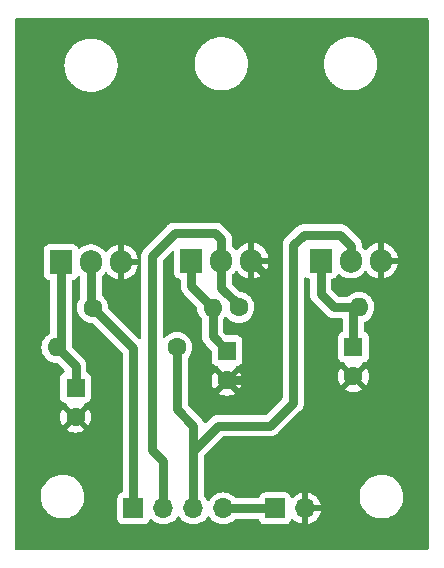
<source format=gbr>
%TF.GenerationSoftware,KiCad,Pcbnew,7.0.0-da2b9df05c~163~ubuntu20.04.1*%
%TF.CreationDate,2023-02-22T20:56:30-05:00*%
%TF.ProjectId,rgb_sw,7267625f-7377-42e6-9b69-6361645f7063,V1.0.0*%
%TF.SameCoordinates,Original*%
%TF.FileFunction,Copper,L2,Bot*%
%TF.FilePolarity,Positive*%
%FSLAX46Y46*%
G04 Gerber Fmt 4.6, Leading zero omitted, Abs format (unit mm)*
G04 Created by KiCad (PCBNEW 7.0.0-da2b9df05c~163~ubuntu20.04.1) date 2023-02-22 20:56:30*
%MOMM*%
%LPD*%
G01*
G04 APERTURE LIST*
%TA.AperFunction,ComponentPad*%
%ADD10C,1.600000*%
%TD*%
%TA.AperFunction,ComponentPad*%
%ADD11O,1.600000X1.600000*%
%TD*%
%TA.AperFunction,ComponentPad*%
%ADD12R,1.905000X2.000000*%
%TD*%
%TA.AperFunction,ComponentPad*%
%ADD13O,1.905000X2.000000*%
%TD*%
%TA.AperFunction,ComponentPad*%
%ADD14O,1.700000X1.700000*%
%TD*%
%TA.AperFunction,ComponentPad*%
%ADD15R,1.700000X1.700000*%
%TD*%
%TA.AperFunction,ComponentPad*%
%ADD16R,1.600000X1.600000*%
%TD*%
%TA.AperFunction,Conductor*%
%ADD17C,0.800000*%
%TD*%
G04 APERTURE END LIST*
D10*
%TO.P,R3,1*%
%TO.N,/B*%
X145680000Y-98870000D03*
D11*
%TO.P,R3,2*%
%TO.N,Net-(Q1-G)*%
X135519999Y-98869999D03*
%TD*%
D10*
%TO.P,R2,1*%
%TO.N,/R*%
X150940000Y-95480000D03*
D11*
%TO.P,R2,2*%
%TO.N,Net-(Q3-G)*%
X161099999Y-95479999D03*
%TD*%
%TO.P,R1,2*%
%TO.N,Net-(Q2-G)*%
X148709999Y-95489999D03*
D10*
%TO.P,R1,1*%
%TO.N,/G*%
X138550000Y-95490000D03*
%TD*%
D12*
%TO.P,Q3,1,G*%
%TO.N,Net-(Q3-G)*%
X157849999Y-91519999D03*
D13*
%TO.P,Q3,2,D*%
%TO.N,/B*%
X160389999Y-91519999D03*
%TO.P,Q3,3,S*%
%TO.N,GND*%
X162929999Y-91519999D03*
%TD*%
D12*
%TO.P,Q2,1,G*%
%TO.N,Net-(Q2-G)*%
X146899999Y-91519999D03*
D13*
%TO.P,Q2,2,D*%
%TO.N,/R*%
X149439999Y-91519999D03*
%TO.P,Q2,3,S*%
%TO.N,GND*%
X151979999Y-91519999D03*
%TD*%
D12*
%TO.P,Q1,1,G*%
%TO.N,Net-(Q1-G)*%
X135869999Y-91639999D03*
D13*
%TO.P,Q1,2,D*%
%TO.N,/G*%
X138409999Y-91639999D03*
%TO.P,Q1,3,S*%
%TO.N,GND*%
X140949999Y-91639999D03*
%TD*%
D14*
%TO.P,J2,4,Pin_4*%
%TO.N,/12V*%
X149619999Y-112499999D03*
%TO.P,J2,3,Pin_3*%
%TO.N,/B*%
X147079999Y-112499999D03*
%TO.P,J2,2,Pin_2*%
%TO.N,/R*%
X144539999Y-112499999D03*
D15*
%TO.P,J2,1,Pin_1*%
%TO.N,/G*%
X141999999Y-112499999D03*
%TD*%
%TO.P,J1,1,Pin_1*%
%TO.N,/12V*%
X153999999Y-112499999D03*
D14*
%TO.P,J1,2,Pin_2*%
%TO.N,GND*%
X156539999Y-112499999D03*
%TD*%
D16*
%TO.P,C3,1*%
%TO.N,Net-(Q3-G)*%
X160629999Y-98824887D03*
D10*
%TO.P,C3,2*%
%TO.N,GND*%
X160630000Y-101324888D03*
%TD*%
D16*
%TO.P,C2,1*%
%TO.N,Net-(Q2-G)*%
X149919999Y-99154887D03*
D10*
%TO.P,C2,2*%
%TO.N,GND*%
X149920000Y-101654888D03*
%TD*%
D16*
%TO.P,C1,1*%
%TO.N,Net-(Q1-G)*%
X137099999Y-102274887D03*
D10*
%TO.P,C1,2*%
%TO.N,GND*%
X137100000Y-104774888D03*
%TD*%
D17*
%TO.N,/B*%
X147080000Y-112500000D02*
X147080000Y-105500000D01*
X147080000Y-105500000D02*
X145680000Y-104100000D01*
X145680000Y-104100000D02*
X145680000Y-98870000D01*
%TO.N,/R*%
X149440000Y-91520000D02*
X149440000Y-89720000D01*
X149440000Y-89720000D02*
X148920000Y-89200000D01*
X148920000Y-89200000D02*
X145500000Y-89200000D01*
X145500000Y-89200000D02*
X143570000Y-91130000D01*
X143570000Y-91130000D02*
X143570000Y-107530000D01*
X143570000Y-107530000D02*
X144540000Y-108500000D01*
X144540000Y-108500000D02*
X144540000Y-112500000D01*
%TO.N,/G*%
X142000000Y-112500000D02*
X142000000Y-98940000D01*
X142000000Y-98940000D02*
X138550000Y-95490000D01*
%TO.N,/12V*%
X149620000Y-112500000D02*
X154000000Y-112500000D01*
%TO.N,Net-(Q1-G)*%
X137100000Y-102274888D02*
X137100000Y-100450000D01*
X137100000Y-100450000D02*
X135520000Y-98870000D01*
X135870000Y-91640000D02*
X135870000Y-98520000D01*
X135870000Y-98520000D02*
X135520000Y-98870000D01*
%TO.N,/G*%
X138410000Y-91640000D02*
X138410000Y-95350000D01*
X138410000Y-95350000D02*
X138550000Y-95490000D01*
%TO.N,Net-(Q2-G)*%
X148710000Y-95490000D02*
X148710000Y-97944888D01*
X148710000Y-97944888D02*
X149920000Y-99154888D01*
X146900000Y-91520000D02*
X146900000Y-93680000D01*
X146900000Y-93680000D02*
X148710000Y-95490000D01*
%TO.N,/R*%
X149440000Y-91520000D02*
X149440000Y-93815836D01*
X149440000Y-93815836D02*
X150940000Y-95315836D01*
X150940000Y-95315836D02*
X150940000Y-95480000D01*
%TO.N,GND*%
X149920000Y-101654888D02*
X151625112Y-101654888D01*
X151625112Y-101654888D02*
X153540000Y-99740000D01*
X153540000Y-99740000D02*
X153540000Y-93080000D01*
X153540000Y-93080000D02*
X151980000Y-91520000D01*
%TO.N,Net-(Q3-G)*%
X160630000Y-98824888D02*
X160630000Y-95950000D01*
X160630000Y-95950000D02*
X161100000Y-95480000D01*
X157850000Y-91520000D02*
X157850000Y-94340000D01*
X157850000Y-94340000D02*
X158990000Y-95480000D01*
X158990000Y-95480000D02*
X161100000Y-95480000D01*
%TO.N,/B*%
X147080000Y-112500000D02*
X147080000Y-107610000D01*
X155530000Y-103550000D02*
X155530000Y-90230000D01*
X147080000Y-107610000D02*
X149200000Y-105490000D01*
X149200000Y-105490000D02*
X153590000Y-105490000D01*
X153590000Y-105490000D02*
X155530000Y-103550000D01*
X155530000Y-90230000D02*
X156430000Y-89330000D01*
X156430000Y-89330000D02*
X159520000Y-89330000D01*
X160440000Y-90250000D02*
X160440000Y-91470000D01*
X159520000Y-89330000D02*
X160440000Y-90250000D01*
X160440000Y-91470000D02*
X160390000Y-91520000D01*
%TD*%
%TA.AperFunction,Conductor*%
%TO.N,GND*%
G36*
X166938000Y-71016613D02*
G01*
X166983387Y-71062000D01*
X167000000Y-71124000D01*
X167000000Y-115876000D01*
X166983387Y-115938000D01*
X166938000Y-115983387D01*
X166876000Y-116000000D01*
X132124000Y-116000000D01*
X132062000Y-115983387D01*
X132016613Y-115938000D01*
X132000000Y-115876000D01*
X132000000Y-115500000D01*
X132499459Y-115500000D01*
X132499500Y-115500099D01*
X132499617Y-115500383D01*
X132500000Y-115500541D01*
X132500099Y-115500500D01*
X166499901Y-115500500D01*
X166500000Y-115500541D01*
X166500383Y-115500383D01*
X166500500Y-115500099D01*
X166500541Y-115500000D01*
X166500500Y-115499901D01*
X166500500Y-71500099D01*
X166500541Y-71500000D01*
X166500383Y-71499617D01*
X166500099Y-71499500D01*
X166500000Y-71499459D01*
X166499901Y-71499500D01*
X132499901Y-71499500D01*
X132499617Y-71499617D01*
X132499459Y-71500000D01*
X132499617Y-71500383D01*
X132499901Y-71500500D01*
X166375500Y-71500500D01*
X166437500Y-71517113D01*
X166482887Y-71562500D01*
X166499500Y-71624500D01*
X166499500Y-115375500D01*
X166482887Y-115437500D01*
X166437500Y-115482887D01*
X166375500Y-115499500D01*
X132624500Y-115499500D01*
X132562500Y-115482887D01*
X132517113Y-115437500D01*
X132500500Y-115375500D01*
X132500500Y-111567765D01*
X134145788Y-111567765D01*
X134146282Y-111572262D01*
X134146283Y-111572267D01*
X134174917Y-111832506D01*
X134174918Y-111832513D01*
X134175414Y-111837018D01*
X134176559Y-111841398D01*
X134176561Y-111841408D01*
X134226285Y-112031602D01*
X134243928Y-112099088D01*
X134245693Y-112103242D01*
X134245696Y-112103250D01*
X134348099Y-112344223D01*
X134349870Y-112348390D01*
X134352226Y-112352251D01*
X134352229Y-112352256D01*
X134488618Y-112575737D01*
X134490982Y-112579610D01*
X134664255Y-112787820D01*
X134667630Y-112790844D01*
X134667631Y-112790845D01*
X134772330Y-112884656D01*
X134865998Y-112968582D01*
X135091910Y-113118044D01*
X135337176Y-113233020D01*
X135596569Y-113311060D01*
X135864561Y-113350500D01*
X136065369Y-113350500D01*
X136067631Y-113350500D01*
X136270156Y-113335677D01*
X136534553Y-113276780D01*
X136787558Y-113180014D01*
X137023777Y-113047441D01*
X137238177Y-112881888D01*
X137426186Y-112686881D01*
X137583799Y-112466579D01*
X137707656Y-112225675D01*
X137795118Y-111969305D01*
X137844319Y-111702933D01*
X137854212Y-111432235D01*
X137824586Y-111162982D01*
X137756072Y-110900912D01*
X137650130Y-110651610D01*
X137509018Y-110420390D01*
X137335745Y-110212180D01*
X137230759Y-110118112D01*
X137137382Y-110034446D01*
X137137378Y-110034442D01*
X137134002Y-110031418D01*
X136908090Y-109881956D01*
X136903996Y-109880036D01*
X136903991Y-109880034D01*
X136666929Y-109768904D01*
X136666925Y-109768902D01*
X136662824Y-109766980D01*
X136658477Y-109765672D01*
X136658474Y-109765671D01*
X136407772Y-109690246D01*
X136407771Y-109690245D01*
X136403431Y-109688940D01*
X136398957Y-109688281D01*
X136398950Y-109688280D01*
X136139913Y-109650158D01*
X136139907Y-109650157D01*
X136135439Y-109649500D01*
X135932369Y-109649500D01*
X135930120Y-109649664D01*
X135930109Y-109649665D01*
X135734363Y-109663992D01*
X135734359Y-109663992D01*
X135729844Y-109664323D01*
X135725426Y-109665307D01*
X135725420Y-109665308D01*
X135469877Y-109722232D01*
X135469861Y-109722236D01*
X135465447Y-109723220D01*
X135461216Y-109724838D01*
X135461210Y-109724840D01*
X135216673Y-109818367D01*
X135216663Y-109818371D01*
X135212442Y-109819986D01*
X135208494Y-109822201D01*
X135208489Y-109822204D01*
X134980176Y-109950340D01*
X134980171Y-109950343D01*
X134976223Y-109952559D01*
X134972639Y-109955325D01*
X134972635Y-109955329D01*
X134765407Y-110115343D01*
X134765394Y-110115354D01*
X134761823Y-110118112D01*
X134758685Y-110121366D01*
X134758678Y-110121373D01*
X134576958Y-110309857D01*
X134576952Y-110309864D01*
X134573814Y-110313119D01*
X134571189Y-110316787D01*
X134571179Y-110316800D01*
X134418834Y-110529740D01*
X134418830Y-110529745D01*
X134416201Y-110533421D01*
X134414132Y-110537444D01*
X134414129Y-110537450D01*
X134294416Y-110770293D01*
X134294411Y-110770304D01*
X134292344Y-110774325D01*
X134290884Y-110778602D01*
X134290879Y-110778616D01*
X134206348Y-111026395D01*
X134206344Y-111026407D01*
X134204882Y-111030695D01*
X134204057Y-111035159D01*
X134204057Y-111035161D01*
X134156504Y-111292606D01*
X134156502Y-111292619D01*
X134155681Y-111297067D01*
X134155515Y-111301593D01*
X134155515Y-111301599D01*
X134145956Y-111563181D01*
X134145788Y-111567765D01*
X132500500Y-111567765D01*
X132500500Y-105853591D01*
X136378217Y-105853591D01*
X136385650Y-105861702D01*
X136443077Y-105901913D01*
X136452427Y-105907311D01*
X136648768Y-105998867D01*
X136658902Y-106002555D01*
X136868162Y-106058627D01*
X136878793Y-106060501D01*
X137094605Y-106079382D01*
X137105395Y-106079382D01*
X137321206Y-106060501D01*
X137331837Y-106058627D01*
X137541097Y-106002555D01*
X137551231Y-105998867D01*
X137747575Y-105907310D01*
X137756920Y-105901914D01*
X137814348Y-105861702D01*
X137821780Y-105853591D01*
X137815867Y-105844309D01*
X137111542Y-105139983D01*
X137100000Y-105133319D01*
X137088457Y-105139983D01*
X136384128Y-105844312D01*
X136378217Y-105853591D01*
X132500500Y-105853591D01*
X132500500Y-104780283D01*
X135795506Y-104780283D01*
X135814386Y-104996094D01*
X135816260Y-105006725D01*
X135872332Y-105215985D01*
X135876020Y-105226119D01*
X135967576Y-105422460D01*
X135972974Y-105431810D01*
X136013184Y-105489236D01*
X136021295Y-105496669D01*
X136030574Y-105490758D01*
X136734903Y-104786429D01*
X136741567Y-104774887D01*
X137458431Y-104774887D01*
X137465095Y-104786429D01*
X138169421Y-105490755D01*
X138178703Y-105496668D01*
X138186814Y-105489236D01*
X138227026Y-105431808D01*
X138232422Y-105422463D01*
X138323979Y-105226119D01*
X138327667Y-105215985D01*
X138383739Y-105006725D01*
X138385613Y-104996094D01*
X138404494Y-104780283D01*
X138404494Y-104769493D01*
X138385613Y-104553681D01*
X138383739Y-104543050D01*
X138327667Y-104333790D01*
X138323979Y-104323656D01*
X138232423Y-104127315D01*
X138227025Y-104117965D01*
X138186814Y-104060538D01*
X138178703Y-104053105D01*
X138169424Y-104059016D01*
X137465095Y-104763344D01*
X137458431Y-104774887D01*
X136741567Y-104774887D01*
X136734903Y-104763344D01*
X136030574Y-104059016D01*
X136021296Y-104053105D01*
X136013183Y-104060539D01*
X135972971Y-104117969D01*
X135967577Y-104127313D01*
X135876020Y-104323656D01*
X135872332Y-104333790D01*
X135816260Y-104543050D01*
X135814386Y-104553681D01*
X135795506Y-104769493D01*
X135795506Y-104780283D01*
X132500500Y-104780283D01*
X132500500Y-98870000D01*
X134214532Y-98870000D01*
X134234365Y-99096692D01*
X134235762Y-99101907D01*
X134235764Y-99101916D01*
X134291858Y-99311263D01*
X134291861Y-99311271D01*
X134293261Y-99316496D01*
X134389432Y-99522734D01*
X134519953Y-99709139D01*
X134680861Y-99870047D01*
X134867266Y-100000568D01*
X135073504Y-100096739D01*
X135078734Y-100098140D01*
X135078736Y-100098141D01*
X135204328Y-100131793D01*
X135293308Y-100155635D01*
X135510075Y-100174599D01*
X135551671Y-100185745D01*
X135586947Y-100210446D01*
X136163181Y-100786680D01*
X136190061Y-100826908D01*
X136199500Y-100874361D01*
X136199500Y-100892097D01*
X136189488Y-100940910D01*
X136161070Y-100981840D01*
X136118834Y-101008278D01*
X136057669Y-101031092D01*
X136050572Y-101036404D01*
X136050568Y-101036407D01*
X135949550Y-101112029D01*
X135949546Y-101112032D01*
X135942454Y-101117342D01*
X135937144Y-101124434D01*
X135937141Y-101124438D01*
X135861519Y-101225456D01*
X135861516Y-101225460D01*
X135856204Y-101232557D01*
X135853104Y-101240866D01*
X135853104Y-101240868D01*
X135808620Y-101360135D01*
X135808619Y-101360138D01*
X135805909Y-101367405D01*
X135805079Y-101375115D01*
X135805079Y-101375120D01*
X135799855Y-101423707D01*
X135799854Y-101423719D01*
X135799500Y-101427015D01*
X135799500Y-101430336D01*
X135799500Y-101430337D01*
X135799500Y-103119448D01*
X135799500Y-103119466D01*
X135799501Y-103122760D01*
X135799853Y-103126038D01*
X135799854Y-103126049D01*
X135805079Y-103174656D01*
X135805080Y-103174661D01*
X135805909Y-103182371D01*
X135808619Y-103189637D01*
X135808620Y-103189641D01*
X135817452Y-103213320D01*
X135856204Y-103317219D01*
X135942454Y-103432434D01*
X136057669Y-103518684D01*
X136192517Y-103568979D01*
X136252127Y-103575388D01*
X136255451Y-103575387D01*
X136258768Y-103575566D01*
X136258699Y-103576842D01*
X136310046Y-103589347D01*
X136354430Y-103628219D01*
X136375825Y-103683202D01*
X136377356Y-103694831D01*
X136384128Y-103705462D01*
X137088457Y-104409791D01*
X137099999Y-104416455D01*
X137111542Y-104409791D01*
X137815870Y-103705462D01*
X137822642Y-103694831D01*
X137824174Y-103683202D01*
X137845538Y-103628264D01*
X137889856Y-103589398D01*
X137941304Y-103576808D01*
X137941238Y-103575565D01*
X137944558Y-103575387D01*
X137947872Y-103575387D01*
X138007483Y-103568979D01*
X138142331Y-103518684D01*
X138257546Y-103432434D01*
X138343796Y-103317219D01*
X138394091Y-103182371D01*
X138400500Y-103122761D01*
X138400499Y-101427016D01*
X138394091Y-101367405D01*
X138343796Y-101232557D01*
X138257546Y-101117342D01*
X138239297Y-101103681D01*
X138149431Y-101036407D01*
X138149430Y-101036406D01*
X138142331Y-101031092D01*
X138081165Y-101008278D01*
X138038930Y-100981840D01*
X138010512Y-100940910D01*
X138000500Y-100892097D01*
X138000500Y-100530626D01*
X138002027Y-100511228D01*
X138002496Y-100508264D01*
X138004219Y-100497388D01*
X138000670Y-100429668D01*
X138000500Y-100423178D01*
X138000500Y-100406050D01*
X138000500Y-100402808D01*
X137998370Y-100382542D01*
X137997861Y-100376086D01*
X137994312Y-100308354D01*
X137990683Y-100294813D01*
X137987139Y-100275685D01*
X137986353Y-100268210D01*
X137985674Y-100261744D01*
X137964708Y-100197219D01*
X137962871Y-100191017D01*
X137947003Y-100131793D01*
X137947002Y-100131792D01*
X137945320Y-100125512D01*
X137938956Y-100113022D01*
X137931506Y-100095036D01*
X137931315Y-100094449D01*
X137927179Y-100081716D01*
X137923926Y-100076083D01*
X137923925Y-100076079D01*
X137893265Y-100022975D01*
X137890178Y-100017292D01*
X137859383Y-99956851D01*
X137855294Y-99951801D01*
X137855289Y-99951794D01*
X137850561Y-99945956D01*
X137839537Y-99929916D01*
X137835784Y-99923416D01*
X137832533Y-99917784D01*
X137787146Y-99867376D01*
X137782932Y-99862442D01*
X137772161Y-99849142D01*
X137770119Y-99846620D01*
X137755723Y-99832224D01*
X137751255Y-99827516D01*
X137710220Y-99781942D01*
X137710219Y-99781941D01*
X137705871Y-99777112D01*
X137700613Y-99773292D01*
X137700611Y-99773290D01*
X137694531Y-99768873D01*
X137679735Y-99756236D01*
X136860446Y-98936947D01*
X136835745Y-98901671D01*
X136824599Y-98860073D01*
X136805635Y-98643308D01*
X136776957Y-98536281D01*
X136772903Y-98497705D01*
X136774219Y-98472612D01*
X136772027Y-98458772D01*
X136770500Y-98439374D01*
X136770500Y-93262620D01*
X136784969Y-93204492D01*
X136824998Y-93159929D01*
X136881247Y-93139330D01*
X136884501Y-93138980D01*
X136929983Y-93134091D01*
X137064831Y-93083796D01*
X137180046Y-92997546D01*
X137266296Y-92882331D01*
X137269396Y-92874018D01*
X137273645Y-92866238D01*
X137274761Y-92866847D01*
X137309781Y-92819365D01*
X137373127Y-92794181D01*
X137440212Y-92806285D01*
X137490762Y-92852019D01*
X137509500Y-92917562D01*
X137509500Y-94669538D01*
X137503761Y-94706825D01*
X137487075Y-94740661D01*
X137422540Y-94832826D01*
X137422535Y-94832833D01*
X137419432Y-94837266D01*
X137417144Y-94842172D01*
X137417142Y-94842176D01*
X137325550Y-95038594D01*
X137325547Y-95038599D01*
X137323261Y-95043504D01*
X137321862Y-95048724D01*
X137321858Y-95048736D01*
X137265764Y-95258083D01*
X137265762Y-95258094D01*
X137264365Y-95263308D01*
X137244532Y-95490000D01*
X137264365Y-95716692D01*
X137265762Y-95721907D01*
X137265764Y-95721916D01*
X137321858Y-95931263D01*
X137321861Y-95931271D01*
X137323261Y-95936496D01*
X137419432Y-96142734D01*
X137422539Y-96147171D01*
X137422540Y-96147173D01*
X137476629Y-96224420D01*
X137549953Y-96329139D01*
X137710861Y-96490047D01*
X137897266Y-96620568D01*
X138103504Y-96716739D01*
X138323308Y-96775635D01*
X138540074Y-96794599D01*
X138581670Y-96805745D01*
X138616946Y-96830446D01*
X141063181Y-99276681D01*
X141090061Y-99316909D01*
X141099500Y-99364362D01*
X141099500Y-111048561D01*
X141089488Y-111097374D01*
X141061069Y-111138304D01*
X141018834Y-111164741D01*
X140973712Y-111181571D01*
X140915979Y-111203104D01*
X140915975Y-111203105D01*
X140907669Y-111206204D01*
X140900572Y-111211516D01*
X140900568Y-111211519D01*
X140799550Y-111287141D01*
X140799546Y-111287144D01*
X140792454Y-111292454D01*
X140787144Y-111299546D01*
X140787141Y-111299550D01*
X140711519Y-111400568D01*
X140711516Y-111400572D01*
X140706204Y-111407669D01*
X140703104Y-111415978D01*
X140703104Y-111415980D01*
X140658620Y-111535247D01*
X140658619Y-111535250D01*
X140655909Y-111542517D01*
X140655079Y-111550227D01*
X140655079Y-111550232D01*
X140649855Y-111598819D01*
X140649854Y-111598831D01*
X140649500Y-111602127D01*
X140649500Y-111605448D01*
X140649500Y-111605449D01*
X140649500Y-113394560D01*
X140649500Y-113394578D01*
X140649501Y-113397872D01*
X140649853Y-113401150D01*
X140649854Y-113401161D01*
X140655079Y-113449768D01*
X140655080Y-113449773D01*
X140655909Y-113457483D01*
X140658619Y-113464749D01*
X140658620Y-113464753D01*
X140684552Y-113534278D01*
X140706204Y-113592331D01*
X140711518Y-113599430D01*
X140711519Y-113599431D01*
X140767367Y-113674035D01*
X140792454Y-113707546D01*
X140907669Y-113793796D01*
X141042517Y-113844091D01*
X141102127Y-113850500D01*
X142897872Y-113850499D01*
X142957483Y-113844091D01*
X143092331Y-113793796D01*
X143207546Y-113707546D01*
X143293796Y-113592331D01*
X143342810Y-113460916D01*
X143377789Y-113410537D01*
X143432634Y-113383084D01*
X143493927Y-113385273D01*
X143546673Y-113416568D01*
X143668599Y-113538495D01*
X143673031Y-113541598D01*
X143673033Y-113541600D01*
X143817260Y-113642589D01*
X143862170Y-113674035D01*
X144076337Y-113773903D01*
X144304592Y-113835063D01*
X144540000Y-113855659D01*
X144775408Y-113835063D01*
X145003663Y-113773903D01*
X145217830Y-113674035D01*
X145411401Y-113538495D01*
X145578495Y-113371401D01*
X145593592Y-113349841D01*
X145708425Y-113185842D01*
X145752743Y-113146976D01*
X145810000Y-113132965D01*
X145867257Y-113146976D01*
X145911575Y-113185842D01*
X146038395Y-113366961D01*
X146038401Y-113366968D01*
X146041505Y-113371401D01*
X146208599Y-113538495D01*
X146213031Y-113541598D01*
X146213033Y-113541600D01*
X146357260Y-113642589D01*
X146402170Y-113674035D01*
X146616337Y-113773903D01*
X146844592Y-113835063D01*
X147080000Y-113855659D01*
X147315408Y-113835063D01*
X147543663Y-113773903D01*
X147757830Y-113674035D01*
X147951401Y-113538495D01*
X148118495Y-113371401D01*
X148133592Y-113349841D01*
X148248425Y-113185842D01*
X148292743Y-113146976D01*
X148350000Y-113132965D01*
X148407257Y-113146976D01*
X148451575Y-113185842D01*
X148578395Y-113366961D01*
X148578401Y-113366968D01*
X148581505Y-113371401D01*
X148748599Y-113538495D01*
X148753031Y-113541598D01*
X148753033Y-113541600D01*
X148897260Y-113642589D01*
X148942170Y-113674035D01*
X149156337Y-113773903D01*
X149384592Y-113835063D01*
X149620000Y-113855659D01*
X149855408Y-113835063D01*
X150083663Y-113773903D01*
X150297830Y-113674035D01*
X150491401Y-113538495D01*
X150593077Y-113436819D01*
X150633305Y-113409939D01*
X150680758Y-113400500D01*
X152548561Y-113400500D01*
X152597374Y-113410512D01*
X152638304Y-113438931D01*
X152664741Y-113481165D01*
X152706204Y-113592331D01*
X152711518Y-113599430D01*
X152711519Y-113599431D01*
X152767367Y-113674035D01*
X152792454Y-113707546D01*
X152907669Y-113793796D01*
X153042517Y-113844091D01*
X153102127Y-113850500D01*
X154897872Y-113850499D01*
X154957483Y-113844091D01*
X155092331Y-113793796D01*
X155207546Y-113707546D01*
X155293796Y-113592331D01*
X155343003Y-113460398D01*
X155377981Y-113410022D01*
X155432825Y-113382568D01*
X155494119Y-113384757D01*
X155546865Y-113416053D01*
X155665090Y-113534278D01*
X155673356Y-113541215D01*
X155857991Y-113670498D01*
X155867323Y-113675886D01*
X156071602Y-113771143D01*
X156081736Y-113774831D01*
X156276219Y-113826943D01*
X156287448Y-113827311D01*
X156290000Y-113816369D01*
X156790000Y-113816369D01*
X156792551Y-113827311D01*
X156803780Y-113826943D01*
X156998263Y-113774831D01*
X157008397Y-113771143D01*
X157212676Y-113675886D01*
X157222008Y-113670498D01*
X157406643Y-113541215D01*
X157414909Y-113534278D01*
X157574278Y-113374909D01*
X157581215Y-113366643D01*
X157710498Y-113182008D01*
X157715886Y-113172676D01*
X157811143Y-112968397D01*
X157814831Y-112958263D01*
X157866943Y-112763780D01*
X157867311Y-112752551D01*
X157856369Y-112750000D01*
X156806326Y-112750000D01*
X156793450Y-112753450D01*
X156790000Y-112766326D01*
X156790000Y-113816369D01*
X156290000Y-113816369D01*
X156290000Y-112233674D01*
X156790000Y-112233674D01*
X156793450Y-112246549D01*
X156806326Y-112250000D01*
X157856369Y-112250000D01*
X157867311Y-112247448D01*
X157866943Y-112236219D01*
X157814831Y-112041736D01*
X157811143Y-112031602D01*
X157715889Y-111827332D01*
X157710491Y-111817982D01*
X157581215Y-111633357D01*
X157574280Y-111625092D01*
X157516953Y-111567765D01*
X161145788Y-111567765D01*
X161146282Y-111572262D01*
X161146283Y-111572267D01*
X161174917Y-111832506D01*
X161174918Y-111832513D01*
X161175414Y-111837018D01*
X161176559Y-111841398D01*
X161176561Y-111841408D01*
X161226285Y-112031602D01*
X161243928Y-112099088D01*
X161245693Y-112103242D01*
X161245696Y-112103250D01*
X161348099Y-112344223D01*
X161349870Y-112348390D01*
X161352226Y-112352251D01*
X161352229Y-112352256D01*
X161488618Y-112575737D01*
X161490982Y-112579610D01*
X161664255Y-112787820D01*
X161667630Y-112790844D01*
X161667631Y-112790845D01*
X161772330Y-112884656D01*
X161865998Y-112968582D01*
X162091910Y-113118044D01*
X162337176Y-113233020D01*
X162596569Y-113311060D01*
X162864561Y-113350500D01*
X163065369Y-113350500D01*
X163067631Y-113350500D01*
X163270156Y-113335677D01*
X163534553Y-113276780D01*
X163787558Y-113180014D01*
X164023777Y-113047441D01*
X164238177Y-112881888D01*
X164426186Y-112686881D01*
X164583799Y-112466579D01*
X164707656Y-112225675D01*
X164795118Y-111969305D01*
X164844319Y-111702933D01*
X164854212Y-111432235D01*
X164824586Y-111162982D01*
X164756072Y-110900912D01*
X164650130Y-110651610D01*
X164509018Y-110420390D01*
X164335745Y-110212180D01*
X164230759Y-110118112D01*
X164137382Y-110034446D01*
X164137378Y-110034442D01*
X164134002Y-110031418D01*
X163908090Y-109881956D01*
X163903996Y-109880036D01*
X163903991Y-109880034D01*
X163666929Y-109768904D01*
X163666925Y-109768902D01*
X163662824Y-109766980D01*
X163658477Y-109765672D01*
X163658474Y-109765671D01*
X163407772Y-109690246D01*
X163407771Y-109690245D01*
X163403431Y-109688940D01*
X163398957Y-109688281D01*
X163398950Y-109688280D01*
X163139913Y-109650158D01*
X163139907Y-109650157D01*
X163135439Y-109649500D01*
X162932369Y-109649500D01*
X162930120Y-109649664D01*
X162930109Y-109649665D01*
X162734363Y-109663992D01*
X162734359Y-109663992D01*
X162729844Y-109664323D01*
X162725426Y-109665307D01*
X162725420Y-109665308D01*
X162469877Y-109722232D01*
X162469861Y-109722236D01*
X162465447Y-109723220D01*
X162461216Y-109724838D01*
X162461210Y-109724840D01*
X162216673Y-109818367D01*
X162216663Y-109818371D01*
X162212442Y-109819986D01*
X162208494Y-109822201D01*
X162208489Y-109822204D01*
X161980176Y-109950340D01*
X161980171Y-109950343D01*
X161976223Y-109952559D01*
X161972639Y-109955325D01*
X161972635Y-109955329D01*
X161765407Y-110115343D01*
X161765394Y-110115354D01*
X161761823Y-110118112D01*
X161758685Y-110121366D01*
X161758678Y-110121373D01*
X161576958Y-110309857D01*
X161576952Y-110309864D01*
X161573814Y-110313119D01*
X161571189Y-110316787D01*
X161571179Y-110316800D01*
X161418834Y-110529740D01*
X161418830Y-110529745D01*
X161416201Y-110533421D01*
X161414132Y-110537444D01*
X161414129Y-110537450D01*
X161294416Y-110770293D01*
X161294411Y-110770304D01*
X161292344Y-110774325D01*
X161290884Y-110778602D01*
X161290879Y-110778616D01*
X161206348Y-111026395D01*
X161206344Y-111026407D01*
X161204882Y-111030695D01*
X161204057Y-111035159D01*
X161204057Y-111035161D01*
X161156504Y-111292606D01*
X161156502Y-111292619D01*
X161155681Y-111297067D01*
X161155515Y-111301593D01*
X161155515Y-111301599D01*
X161145956Y-111563181D01*
X161145788Y-111567765D01*
X157516953Y-111567765D01*
X157414909Y-111465721D01*
X157406643Y-111458784D01*
X157222008Y-111329501D01*
X157212676Y-111324113D01*
X157008397Y-111228856D01*
X156998263Y-111225168D01*
X156803780Y-111173056D01*
X156792551Y-111172688D01*
X156790000Y-111183631D01*
X156790000Y-112233674D01*
X156290000Y-112233674D01*
X156290000Y-111183631D01*
X156287448Y-111172688D01*
X156276219Y-111173056D01*
X156081736Y-111225168D01*
X156071602Y-111228856D01*
X155867332Y-111324110D01*
X155857982Y-111329508D01*
X155673357Y-111458784D01*
X155665098Y-111465714D01*
X155546865Y-111583947D01*
X155494118Y-111615242D01*
X155432825Y-111617431D01*
X155377981Y-111589977D01*
X155343002Y-111539598D01*
X155338275Y-111526924D01*
X155293796Y-111407669D01*
X155207546Y-111292454D01*
X155117030Y-111224694D01*
X155099431Y-111211519D01*
X155099430Y-111211518D01*
X155092331Y-111206204D01*
X155002470Y-111172688D01*
X154964752Y-111158620D01*
X154964750Y-111158619D01*
X154957483Y-111155909D01*
X154949770Y-111155079D01*
X154949767Y-111155079D01*
X154901180Y-111149855D01*
X154901169Y-111149854D01*
X154897873Y-111149500D01*
X154894550Y-111149500D01*
X153105439Y-111149500D01*
X153105420Y-111149500D01*
X153102128Y-111149501D01*
X153098850Y-111149853D01*
X153098838Y-111149854D01*
X153050231Y-111155079D01*
X153050225Y-111155080D01*
X153042517Y-111155909D01*
X153035252Y-111158618D01*
X153035246Y-111158620D01*
X152915980Y-111203104D01*
X152915978Y-111203104D01*
X152907669Y-111206204D01*
X152900572Y-111211516D01*
X152900568Y-111211519D01*
X152799550Y-111287141D01*
X152799546Y-111287144D01*
X152792454Y-111292454D01*
X152787144Y-111299546D01*
X152787141Y-111299550D01*
X152711519Y-111400568D01*
X152711516Y-111400572D01*
X152706204Y-111407669D01*
X152703105Y-111415975D01*
X152703104Y-111415979D01*
X152664743Y-111518833D01*
X152638304Y-111561069D01*
X152597374Y-111589488D01*
X152548561Y-111599500D01*
X150680758Y-111599500D01*
X150633305Y-111590061D01*
X150593077Y-111563181D01*
X150495232Y-111465336D01*
X150495230Y-111465334D01*
X150491401Y-111461505D01*
X150486970Y-111458402D01*
X150486966Y-111458399D01*
X150302259Y-111329066D01*
X150302257Y-111329064D01*
X150297830Y-111325965D01*
X150292933Y-111323681D01*
X150292927Y-111323678D01*
X150088572Y-111228386D01*
X150088570Y-111228385D01*
X150083663Y-111226097D01*
X150078438Y-111224697D01*
X150078430Y-111224694D01*
X149860634Y-111166337D01*
X149860630Y-111166336D01*
X149855408Y-111164937D01*
X149850020Y-111164465D01*
X149850017Y-111164465D01*
X149625395Y-111144813D01*
X149620000Y-111144341D01*
X149614605Y-111144813D01*
X149389982Y-111164465D01*
X149389977Y-111164465D01*
X149384592Y-111164937D01*
X149379371Y-111166335D01*
X149379365Y-111166337D01*
X149161569Y-111224694D01*
X149161557Y-111224698D01*
X149156337Y-111226097D01*
X149151432Y-111228383D01*
X149151427Y-111228386D01*
X148947081Y-111323675D01*
X148947077Y-111323677D01*
X148942171Y-111325965D01*
X148937738Y-111329068D01*
X148937731Y-111329073D01*
X148753034Y-111458399D01*
X148753029Y-111458402D01*
X148748599Y-111461505D01*
X148744775Y-111465328D01*
X148744769Y-111465334D01*
X148585334Y-111624769D01*
X148585328Y-111624775D01*
X148581505Y-111628599D01*
X148578402Y-111633029D01*
X148578399Y-111633034D01*
X148451575Y-111814159D01*
X148407257Y-111853025D01*
X148350000Y-111867036D01*
X148292743Y-111853025D01*
X148248425Y-111814159D01*
X148167370Y-111698400D01*
X148118495Y-111628599D01*
X148016819Y-111526923D01*
X147989939Y-111486695D01*
X147980500Y-111439242D01*
X147980500Y-108034361D01*
X147989939Y-107986908D01*
X148016819Y-107946680D01*
X149536681Y-106426819D01*
X149576909Y-106399939D01*
X149624362Y-106390500D01*
X153509374Y-106390500D01*
X153528772Y-106392027D01*
X153542612Y-106394219D01*
X153610336Y-106390670D01*
X153616826Y-106390500D01*
X153633952Y-106390500D01*
X153637192Y-106390500D01*
X153640413Y-106390161D01*
X153640421Y-106390161D01*
X153657447Y-106388371D01*
X153663906Y-106387862D01*
X153731646Y-106384313D01*
X153745187Y-106380683D01*
X153764316Y-106377138D01*
X153778256Y-106375674D01*
X153842761Y-106354714D01*
X153848962Y-106352877D01*
X153914488Y-106335320D01*
X153926973Y-106328957D01*
X153944956Y-106321508D01*
X153958284Y-106317179D01*
X154017035Y-106283257D01*
X154022710Y-106280177D01*
X154083149Y-106249383D01*
X154094045Y-106240558D01*
X154110083Y-106229537D01*
X154122216Y-106222533D01*
X154172657Y-106177115D01*
X154177533Y-106172951D01*
X154193380Y-106160119D01*
X154207779Y-106145718D01*
X154212470Y-106141266D01*
X154262888Y-106095871D01*
X154271125Y-106084532D01*
X154283761Y-106069736D01*
X156109736Y-104243761D01*
X156124534Y-104231124D01*
X156135871Y-104222888D01*
X156181266Y-104172470D01*
X156185721Y-104167777D01*
X156197813Y-104155686D01*
X156197814Y-104155684D01*
X156200119Y-104153380D01*
X156212951Y-104137533D01*
X156217115Y-104132657D01*
X156262533Y-104082216D01*
X156269538Y-104070080D01*
X156280558Y-104054045D01*
X156289383Y-104043149D01*
X156320178Y-103982707D01*
X156323257Y-103977035D01*
X156357179Y-103918284D01*
X156361508Y-103904956D01*
X156368957Y-103886973D01*
X156375320Y-103874488D01*
X156392882Y-103808937D01*
X156394703Y-103802794D01*
X156415674Y-103738256D01*
X156417139Y-103724309D01*
X156420687Y-103705172D01*
X156422630Y-103697922D01*
X156424312Y-103691646D01*
X156427861Y-103623909D01*
X156428370Y-103617454D01*
X156430161Y-103600419D01*
X156430161Y-103600415D01*
X156430500Y-103597192D01*
X156430500Y-103576808D01*
X156430670Y-103570330D01*
X156433879Y-103509102D01*
X156433878Y-103509100D01*
X156434219Y-103502612D01*
X156432027Y-103488772D01*
X156430500Y-103469374D01*
X156430500Y-102403591D01*
X159908217Y-102403591D01*
X159915650Y-102411702D01*
X159973077Y-102451913D01*
X159982427Y-102457311D01*
X160178768Y-102548867D01*
X160188902Y-102552555D01*
X160398162Y-102608627D01*
X160408793Y-102610501D01*
X160624605Y-102629382D01*
X160635395Y-102629382D01*
X160851206Y-102610501D01*
X160861837Y-102608627D01*
X161071097Y-102552555D01*
X161081231Y-102548867D01*
X161277575Y-102457310D01*
X161286920Y-102451914D01*
X161344348Y-102411702D01*
X161351780Y-102403591D01*
X161345867Y-102394309D01*
X160641542Y-101689983D01*
X160630000Y-101683319D01*
X160618457Y-101689983D01*
X159914128Y-102394312D01*
X159908217Y-102403591D01*
X156430500Y-102403591D01*
X156430500Y-101330283D01*
X159325506Y-101330283D01*
X159344386Y-101546094D01*
X159346260Y-101556725D01*
X159402332Y-101765985D01*
X159406020Y-101776119D01*
X159497576Y-101972460D01*
X159502974Y-101981810D01*
X159543184Y-102039236D01*
X159551295Y-102046669D01*
X159560574Y-102040758D01*
X160264903Y-101336430D01*
X160271567Y-101324888D01*
X160988431Y-101324888D01*
X160995095Y-101336430D01*
X161699421Y-102040755D01*
X161708703Y-102046668D01*
X161716814Y-102039236D01*
X161757026Y-101981808D01*
X161762422Y-101972463D01*
X161853979Y-101776119D01*
X161857667Y-101765985D01*
X161913739Y-101556725D01*
X161915613Y-101546094D01*
X161934494Y-101330283D01*
X161934494Y-101319493D01*
X161915613Y-101103681D01*
X161913739Y-101093050D01*
X161857667Y-100883790D01*
X161853979Y-100873656D01*
X161762423Y-100677315D01*
X161757025Y-100667965D01*
X161716814Y-100610538D01*
X161708703Y-100603105D01*
X161699424Y-100609016D01*
X160995095Y-101313345D01*
X160988431Y-101324888D01*
X160271567Y-101324888D01*
X160264903Y-101313345D01*
X159560574Y-100609016D01*
X159551296Y-100603105D01*
X159543183Y-100610539D01*
X159502971Y-100667969D01*
X159497577Y-100677313D01*
X159406020Y-100873656D01*
X159402332Y-100883790D01*
X159346260Y-101093050D01*
X159344386Y-101103681D01*
X159325506Y-101319493D01*
X159325506Y-101330283D01*
X156430500Y-101330283D01*
X156430500Y-93043331D01*
X156449005Y-92978164D01*
X156498996Y-92932447D01*
X156565554Y-92919825D01*
X156628812Y-92944065D01*
X156648067Y-92958480D01*
X156648069Y-92958481D01*
X156655169Y-92963796D01*
X156790017Y-93014091D01*
X156838759Y-93019331D01*
X156895003Y-93039930D01*
X156935032Y-93084492D01*
X156949500Y-93142620D01*
X156949500Y-94259374D01*
X156947972Y-94278772D01*
X156945781Y-94292612D01*
X156946121Y-94299100D01*
X156946121Y-94299101D01*
X156949330Y-94360337D01*
X156949500Y-94366826D01*
X156949500Y-94387192D01*
X156949837Y-94390404D01*
X156949838Y-94390413D01*
X156951628Y-94407447D01*
X156952136Y-94413908D01*
X156955346Y-94475152D01*
X156955346Y-94475157D01*
X156955687Y-94481646D01*
X156957369Y-94487925D01*
X156957370Y-94487928D01*
X156959315Y-94495187D01*
X156962861Y-94514318D01*
X156964326Y-94528256D01*
X156977909Y-94570061D01*
X156985283Y-94592756D01*
X156987125Y-94598976D01*
X157004680Y-94664488D01*
X157007629Y-94670276D01*
X157007630Y-94670278D01*
X157011043Y-94676975D01*
X157018488Y-94694949D01*
X157022821Y-94708284D01*
X157026068Y-94713908D01*
X157026069Y-94713910D01*
X157056725Y-94767008D01*
X157059823Y-94772713D01*
X157090617Y-94833149D01*
X157094703Y-94838195D01*
X157094706Y-94838199D01*
X157099435Y-94844038D01*
X157110457Y-94860075D01*
X157114216Y-94866586D01*
X157114218Y-94866589D01*
X157117467Y-94872216D01*
X157121814Y-94877044D01*
X157121817Y-94877048D01*
X157162853Y-94922624D01*
X157167067Y-94927557D01*
X157179881Y-94943380D01*
X157182179Y-94945678D01*
X157182180Y-94945679D01*
X157194274Y-94957773D01*
X157198743Y-94962482D01*
X157244129Y-95012888D01*
X157249386Y-95016707D01*
X157255468Y-95021126D01*
X157270265Y-95033764D01*
X158296236Y-96059735D01*
X158308873Y-96074531D01*
X158317112Y-96085871D01*
X158321941Y-96090219D01*
X158321942Y-96090220D01*
X158367516Y-96131255D01*
X158372225Y-96135724D01*
X158386620Y-96150119D01*
X158389142Y-96152161D01*
X158402442Y-96162932D01*
X158407377Y-96167146D01*
X158457784Y-96212533D01*
X158469916Y-96219537D01*
X158485956Y-96230561D01*
X158491794Y-96235289D01*
X158491801Y-96235294D01*
X158496851Y-96239383D01*
X158557292Y-96270178D01*
X158562975Y-96273265D01*
X158616079Y-96303925D01*
X158616083Y-96303926D01*
X158621716Y-96307179D01*
X158635041Y-96311508D01*
X158653022Y-96318956D01*
X158665512Y-96325320D01*
X158671792Y-96327002D01*
X158671793Y-96327003D01*
X158731017Y-96342871D01*
X158737244Y-96344715D01*
X158801744Y-96365674D01*
X158815100Y-96367077D01*
X158815685Y-96367139D01*
X158834813Y-96370683D01*
X158848354Y-96374312D01*
X158916086Y-96377861D01*
X158922543Y-96378370D01*
X158942808Y-96380500D01*
X158963180Y-96380500D01*
X158969669Y-96380669D01*
X159037388Y-96384219D01*
X159051227Y-96382027D01*
X159070626Y-96380500D01*
X159605500Y-96380500D01*
X159667500Y-96397113D01*
X159712887Y-96442500D01*
X159729500Y-96504500D01*
X159729500Y-97442097D01*
X159719488Y-97490910D01*
X159691070Y-97531840D01*
X159648834Y-97558278D01*
X159587669Y-97581092D01*
X159580572Y-97586404D01*
X159580568Y-97586407D01*
X159479550Y-97662029D01*
X159479546Y-97662032D01*
X159472454Y-97667342D01*
X159467144Y-97674434D01*
X159467141Y-97674438D01*
X159391519Y-97775456D01*
X159391516Y-97775460D01*
X159386204Y-97782557D01*
X159383104Y-97790866D01*
X159383104Y-97790868D01*
X159338620Y-97910135D01*
X159338619Y-97910138D01*
X159335909Y-97917405D01*
X159335079Y-97925115D01*
X159335079Y-97925120D01*
X159329855Y-97973707D01*
X159329854Y-97973719D01*
X159329500Y-97977015D01*
X159329500Y-97980336D01*
X159329500Y-97980337D01*
X159329500Y-99669448D01*
X159329500Y-99669466D01*
X159329501Y-99672760D01*
X159329853Y-99676038D01*
X159329854Y-99676049D01*
X159335079Y-99724656D01*
X159335080Y-99724661D01*
X159335909Y-99732371D01*
X159338619Y-99739637D01*
X159338620Y-99739641D01*
X159371396Y-99827516D01*
X159386204Y-99867219D01*
X159391518Y-99874318D01*
X159391519Y-99874319D01*
X159453302Y-99956851D01*
X159472454Y-99982434D01*
X159587669Y-100068684D01*
X159722517Y-100118979D01*
X159782127Y-100125388D01*
X159785451Y-100125387D01*
X159788768Y-100125566D01*
X159788699Y-100126842D01*
X159840046Y-100139347D01*
X159884430Y-100178219D01*
X159905825Y-100233202D01*
X159907356Y-100244831D01*
X159914128Y-100255462D01*
X160618457Y-100959791D01*
X160630000Y-100966455D01*
X160641542Y-100959791D01*
X161345870Y-100255462D01*
X161352642Y-100244831D01*
X161354174Y-100233202D01*
X161375538Y-100178264D01*
X161419856Y-100139398D01*
X161471304Y-100126808D01*
X161471238Y-100125565D01*
X161474558Y-100125387D01*
X161477872Y-100125387D01*
X161537483Y-100118979D01*
X161672331Y-100068684D01*
X161787546Y-99982434D01*
X161873796Y-99867219D01*
X161924091Y-99732371D01*
X161930500Y-99672761D01*
X161930499Y-97977016D01*
X161924091Y-97917405D01*
X161873796Y-97782557D01*
X161787546Y-97667342D01*
X161672331Y-97581092D01*
X161611165Y-97558278D01*
X161568930Y-97531840D01*
X161540512Y-97490910D01*
X161530500Y-97442097D01*
X161530500Y-96793195D01*
X161549919Y-96726570D01*
X161602095Y-96680813D01*
X161747823Y-96612858D01*
X161747825Y-96612857D01*
X161752734Y-96610568D01*
X161939139Y-96480047D01*
X162100047Y-96319139D01*
X162230568Y-96132734D01*
X162326739Y-95926496D01*
X162385635Y-95706692D01*
X162405468Y-95480000D01*
X162385635Y-95253308D01*
X162330820Y-95048736D01*
X162328141Y-95038736D01*
X162328140Y-95038734D01*
X162326739Y-95033504D01*
X162230568Y-94827266D01*
X162100047Y-94640861D01*
X161939139Y-94479953D01*
X161835589Y-94407447D01*
X161757173Y-94352540D01*
X161757171Y-94352539D01*
X161752734Y-94349432D01*
X161566575Y-94262624D01*
X161551405Y-94255550D01*
X161551403Y-94255549D01*
X161546496Y-94253261D01*
X161541271Y-94251861D01*
X161541263Y-94251858D01*
X161331916Y-94195764D01*
X161331907Y-94195762D01*
X161326692Y-94194365D01*
X161321304Y-94193893D01*
X161321301Y-94193893D01*
X161105395Y-94175004D01*
X161100000Y-94174532D01*
X161094605Y-94175004D01*
X160878698Y-94193893D01*
X160878693Y-94193893D01*
X160873308Y-94194365D01*
X160868094Y-94195762D01*
X160868083Y-94195764D01*
X160658736Y-94251858D01*
X160658724Y-94251862D01*
X160653504Y-94253261D01*
X160648599Y-94255547D01*
X160648594Y-94255550D01*
X160452176Y-94347142D01*
X160452172Y-94347144D01*
X160447266Y-94349432D01*
X160442833Y-94352535D01*
X160442826Y-94352540D01*
X160265296Y-94476847D01*
X160265291Y-94476850D01*
X160260861Y-94479953D01*
X160257037Y-94483776D01*
X160257031Y-94483782D01*
X160197633Y-94543181D01*
X160157405Y-94570061D01*
X160109952Y-94579500D01*
X159414361Y-94579500D01*
X159366908Y-94570061D01*
X159326680Y-94543181D01*
X158786819Y-94003320D01*
X158759939Y-93963092D01*
X158750500Y-93915639D01*
X158750500Y-93142620D01*
X158764969Y-93084492D01*
X158804998Y-93039929D01*
X158861247Y-93019330D01*
X158864501Y-93018980D01*
X158909983Y-93014091D01*
X159044831Y-92963796D01*
X159160046Y-92877546D01*
X159246296Y-92762331D01*
X159257725Y-92731686D01*
X159289837Y-92683870D01*
X159340090Y-92655720D01*
X159397640Y-92653312D01*
X159450069Y-92677167D01*
X159588506Y-92784917D01*
X159588514Y-92784922D01*
X159592561Y-92788072D01*
X159804336Y-92902679D01*
X160032087Y-92980866D01*
X160269601Y-93020500D01*
X160505266Y-93020500D01*
X160510399Y-93020500D01*
X160747913Y-92980866D01*
X160975664Y-92902679D01*
X161187439Y-92788072D01*
X161377463Y-92640171D01*
X161540551Y-92463010D01*
X161556490Y-92438614D01*
X161601279Y-92397381D01*
X161660297Y-92382435D01*
X161719315Y-92397380D01*
X161764107Y-92438614D01*
X161777039Y-92458409D01*
X161783314Y-92466471D01*
X161939408Y-92636033D01*
X161946918Y-92642946D01*
X162128787Y-92784501D01*
X162137345Y-92790093D01*
X162340031Y-92899780D01*
X162349386Y-92903883D01*
X162567357Y-92978713D01*
X162577268Y-92981224D01*
X162666679Y-92996144D01*
X162677636Y-92995577D01*
X162680000Y-92984860D01*
X163180000Y-92984860D01*
X163182363Y-92995577D01*
X163193320Y-92996144D01*
X163282731Y-92981224D01*
X163292642Y-92978713D01*
X163510613Y-92903883D01*
X163519968Y-92899780D01*
X163722654Y-92790093D01*
X163731212Y-92784501D01*
X163913081Y-92642946D01*
X163920591Y-92636033D01*
X164076685Y-92466471D01*
X164082956Y-92458414D01*
X164209011Y-92265471D01*
X164213873Y-92256488D01*
X164306447Y-92045438D01*
X164309766Y-92035771D01*
X164366341Y-91812362D01*
X164368023Y-91802284D01*
X164369278Y-91787136D01*
X164366657Y-91773719D01*
X164353504Y-91770000D01*
X163196326Y-91770000D01*
X163183450Y-91773450D01*
X163180000Y-91786326D01*
X163180000Y-92984860D01*
X162680000Y-92984860D01*
X162680000Y-91253674D01*
X163180000Y-91253674D01*
X163183450Y-91266549D01*
X163196326Y-91270000D01*
X164353504Y-91270000D01*
X164366657Y-91266280D01*
X164369278Y-91252863D01*
X164368023Y-91237715D01*
X164366341Y-91227637D01*
X164309766Y-91004228D01*
X164306447Y-90994561D01*
X164213873Y-90783511D01*
X164209011Y-90774528D01*
X164082956Y-90581585D01*
X164076685Y-90573528D01*
X163920591Y-90403966D01*
X163913081Y-90397053D01*
X163731212Y-90255498D01*
X163722654Y-90249906D01*
X163519968Y-90140219D01*
X163510613Y-90136116D01*
X163292642Y-90061286D01*
X163282731Y-90058775D01*
X163193320Y-90043855D01*
X163182363Y-90044422D01*
X163180000Y-90055140D01*
X163180000Y-91253674D01*
X162680000Y-91253674D01*
X162680000Y-90055140D01*
X162677636Y-90044422D01*
X162666679Y-90043855D01*
X162577268Y-90058775D01*
X162567357Y-90061286D01*
X162349386Y-90136116D01*
X162340031Y-90140219D01*
X162137345Y-90249906D01*
X162128787Y-90255498D01*
X161946918Y-90397053D01*
X161939408Y-90403966D01*
X161783315Y-90573527D01*
X161777041Y-90581589D01*
X161764105Y-90601389D01*
X161719313Y-90642621D01*
X161660295Y-90657565D01*
X161601278Y-90642618D01*
X161556488Y-90601384D01*
X161543359Y-90581288D01*
X161540551Y-90576990D01*
X161377463Y-90399829D01*
X161378405Y-90398961D01*
X161352010Y-90360953D01*
X161343001Y-90307640D01*
X161343201Y-90303812D01*
X161344219Y-90297388D01*
X161340669Y-90229669D01*
X161340500Y-90223180D01*
X161340500Y-90206050D01*
X161340500Y-90202808D01*
X161338370Y-90182542D01*
X161337861Y-90176086D01*
X161334312Y-90108354D01*
X161330683Y-90094813D01*
X161327139Y-90075685D01*
X161326353Y-90068210D01*
X161325674Y-90061744D01*
X161320045Y-90044422D01*
X161304716Y-89997245D01*
X161302871Y-89991017D01*
X161287003Y-89931793D01*
X161287002Y-89931792D01*
X161285320Y-89925512D01*
X161278956Y-89913022D01*
X161271506Y-89895036D01*
X161270850Y-89893018D01*
X161267179Y-89881716D01*
X161263926Y-89876083D01*
X161263925Y-89876079D01*
X161233265Y-89822975D01*
X161230178Y-89817292D01*
X161199383Y-89756851D01*
X161195294Y-89751801D01*
X161195289Y-89751794D01*
X161190561Y-89745956D01*
X161179537Y-89729916D01*
X161175784Y-89723416D01*
X161172533Y-89717784D01*
X161150374Y-89693174D01*
X161127146Y-89667376D01*
X161122932Y-89662442D01*
X161110119Y-89646620D01*
X161095723Y-89632224D01*
X161091255Y-89627516D01*
X161050220Y-89581942D01*
X161050219Y-89581941D01*
X161045871Y-89577112D01*
X161040613Y-89573292D01*
X161040611Y-89573290D01*
X161034531Y-89568873D01*
X161019735Y-89556236D01*
X160213764Y-88750265D01*
X160201126Y-88735468D01*
X160196707Y-88729386D01*
X160192888Y-88724129D01*
X160142482Y-88678743D01*
X160137773Y-88674274D01*
X160125679Y-88662180D01*
X160125677Y-88662178D01*
X160123380Y-88659881D01*
X160120860Y-88657840D01*
X160120859Y-88657839D01*
X160107557Y-88647067D01*
X160102624Y-88642853D01*
X160057048Y-88601817D01*
X160057044Y-88601814D01*
X160052216Y-88597467D01*
X160046589Y-88594218D01*
X160046586Y-88594216D01*
X160040075Y-88590457D01*
X160024038Y-88579435D01*
X160018199Y-88574706D01*
X160018195Y-88574703D01*
X160013149Y-88570617D01*
X159995294Y-88561519D01*
X159952713Y-88539823D01*
X159947008Y-88536725D01*
X159893910Y-88506069D01*
X159893908Y-88506068D01*
X159888284Y-88502821D01*
X159874949Y-88498488D01*
X159856979Y-88491044D01*
X159844488Y-88484680D01*
X159838209Y-88482997D01*
X159838208Y-88482997D01*
X159778976Y-88467125D01*
X159772768Y-88465286D01*
X159708256Y-88444326D01*
X159701795Y-88443646D01*
X159701791Y-88443646D01*
X159694318Y-88442861D01*
X159675187Y-88439315D01*
X159667928Y-88437370D01*
X159667925Y-88437369D01*
X159661646Y-88435687D01*
X159655157Y-88435346D01*
X159655152Y-88435346D01*
X159593908Y-88432136D01*
X159587447Y-88431628D01*
X159570413Y-88429838D01*
X159570404Y-88429837D01*
X159567192Y-88429500D01*
X159563947Y-88429500D01*
X159546826Y-88429500D01*
X159540337Y-88429330D01*
X159479103Y-88426121D01*
X159479101Y-88426121D01*
X159472612Y-88425781D01*
X159466191Y-88426797D01*
X159466190Y-88426798D01*
X159458772Y-88427973D01*
X159439374Y-88429500D01*
X156510626Y-88429500D01*
X156491228Y-88427973D01*
X156483809Y-88426798D01*
X156477388Y-88425781D01*
X156470898Y-88426121D01*
X156470896Y-88426121D01*
X156409670Y-88429330D01*
X156403180Y-88429500D01*
X156382808Y-88429500D01*
X156379593Y-88429837D01*
X156379588Y-88429838D01*
X156367953Y-88431060D01*
X156362539Y-88431629D01*
X156356084Y-88432137D01*
X156294845Y-88435347D01*
X156294838Y-88435348D01*
X156288354Y-88435688D01*
X156282085Y-88437367D01*
X156282076Y-88437369D01*
X156274808Y-88439317D01*
X156255689Y-88442860D01*
X156248202Y-88443647D01*
X156248201Y-88443647D01*
X156241744Y-88444326D01*
X156235572Y-88446331D01*
X156235564Y-88446333D01*
X156177245Y-88465282D01*
X156171023Y-88467126D01*
X156111784Y-88482999D01*
X156111780Y-88483000D01*
X156105512Y-88484680D01*
X156099726Y-88487627D01*
X156099718Y-88487631D01*
X156093018Y-88491045D01*
X156075055Y-88498486D01*
X156067898Y-88500811D01*
X156067887Y-88500815D01*
X156061716Y-88502821D01*
X156056093Y-88506067D01*
X156056087Y-88506070D01*
X156002996Y-88536722D01*
X155997295Y-88539818D01*
X155942637Y-88567668D01*
X155942630Y-88567671D01*
X155936851Y-88570617D01*
X155931809Y-88574699D01*
X155931801Y-88574705D01*
X155925948Y-88579445D01*
X155909924Y-88590458D01*
X155903409Y-88594219D01*
X155903406Y-88594220D01*
X155897784Y-88597467D01*
X155892958Y-88601811D01*
X155892954Y-88601815D01*
X155847377Y-88642852D01*
X155842449Y-88647061D01*
X155829139Y-88657840D01*
X155829128Y-88657849D01*
X155826620Y-88659881D01*
X155824348Y-88662152D01*
X155824320Y-88662178D01*
X155812212Y-88674287D01*
X155807507Y-88678752D01*
X155761940Y-88719781D01*
X155761936Y-88719784D01*
X155757112Y-88724129D01*
X155753296Y-88729379D01*
X155753294Y-88729383D01*
X155748868Y-88735475D01*
X155736236Y-88750263D01*
X154950263Y-89536236D01*
X154935475Y-89548868D01*
X154929383Y-89553294D01*
X154929379Y-89553296D01*
X154924129Y-89557112D01*
X154919784Y-89561936D01*
X154919781Y-89561940D01*
X154878752Y-89607507D01*
X154874287Y-89612212D01*
X154862178Y-89624320D01*
X154862152Y-89624348D01*
X154859881Y-89626620D01*
X154857849Y-89629128D01*
X154857840Y-89629139D01*
X154847061Y-89642449D01*
X154842852Y-89647377D01*
X154801815Y-89692954D01*
X154801811Y-89692958D01*
X154797467Y-89697784D01*
X154794220Y-89703406D01*
X154794219Y-89703409D01*
X154790458Y-89709924D01*
X154779445Y-89725948D01*
X154774705Y-89731801D01*
X154774699Y-89731809D01*
X154770617Y-89736851D01*
X154767671Y-89742630D01*
X154767668Y-89742637D01*
X154739818Y-89797295D01*
X154736722Y-89802996D01*
X154706070Y-89856087D01*
X154706067Y-89856093D01*
X154702821Y-89861716D01*
X154700815Y-89867887D01*
X154700811Y-89867898D01*
X154698486Y-89875055D01*
X154691045Y-89893018D01*
X154687634Y-89899712D01*
X154687630Y-89899721D01*
X154684680Y-89905512D01*
X154682998Y-89911788D01*
X154682996Y-89911794D01*
X154667127Y-89971015D01*
X154665285Y-89977235D01*
X154646331Y-90035571D01*
X154646329Y-90035576D01*
X154644326Y-90041744D01*
X154643647Y-90048194D01*
X154643646Y-90048204D01*
X154642859Y-90055691D01*
X154639316Y-90074807D01*
X154637368Y-90082076D01*
X154637366Y-90082086D01*
X154635687Y-90088354D01*
X154635347Y-90094839D01*
X154635347Y-90094840D01*
X154632136Y-90156092D01*
X154631628Y-90162553D01*
X154629867Y-90179317D01*
X154629500Y-90182808D01*
X154629500Y-90186053D01*
X154629500Y-90203174D01*
X154629330Y-90209663D01*
X154626833Y-90257321D01*
X154625781Y-90277388D01*
X154626798Y-90283809D01*
X154627973Y-90291228D01*
X154629500Y-90310626D01*
X154629500Y-103125639D01*
X154620061Y-103173092D01*
X154593181Y-103213320D01*
X153253320Y-104553181D01*
X153213092Y-104580061D01*
X153165639Y-104589500D01*
X149280626Y-104589500D01*
X149261228Y-104587973D01*
X149253809Y-104586798D01*
X149247388Y-104585781D01*
X149240897Y-104586121D01*
X149179664Y-104589330D01*
X149173175Y-104589500D01*
X149152808Y-104589500D01*
X149149595Y-104589837D01*
X149149587Y-104589838D01*
X149132553Y-104591628D01*
X149126092Y-104592136D01*
X149064846Y-104595346D01*
X149064838Y-104595347D01*
X149058355Y-104595687D01*
X149052079Y-104597368D01*
X149052075Y-104597369D01*
X149044805Y-104599317D01*
X149025687Y-104602860D01*
X149018208Y-104603646D01*
X149018204Y-104603646D01*
X149011744Y-104604326D01*
X149005568Y-104606332D01*
X149005566Y-104606333D01*
X148947240Y-104625284D01*
X148941020Y-104627126D01*
X148881788Y-104642998D01*
X148881785Y-104642998D01*
X148875512Y-104644680D01*
X148869726Y-104647627D01*
X148869718Y-104647631D01*
X148863018Y-104651045D01*
X148845055Y-104658486D01*
X148837898Y-104660811D01*
X148837887Y-104660815D01*
X148831716Y-104662821D01*
X148826093Y-104666067D01*
X148826087Y-104666070D01*
X148772996Y-104696722D01*
X148767295Y-104699818D01*
X148712644Y-104727664D01*
X148712634Y-104727669D01*
X148706851Y-104730617D01*
X148701802Y-104734704D01*
X148701793Y-104734711D01*
X148695951Y-104739442D01*
X148679931Y-104750452D01*
X148673415Y-104754214D01*
X148673403Y-104754222D01*
X148667784Y-104757467D01*
X148662956Y-104761813D01*
X148662956Y-104761814D01*
X148617396Y-104802835D01*
X148612467Y-104807045D01*
X148599142Y-104817836D01*
X148599123Y-104817852D01*
X148596620Y-104819880D01*
X148594340Y-104822159D01*
X148594322Y-104822176D01*
X148582202Y-104834296D01*
X148577497Y-104838761D01*
X148531940Y-104879781D01*
X148531936Y-104879784D01*
X148527112Y-104884129D01*
X148523297Y-104889378D01*
X148523292Y-104889385D01*
X148518869Y-104895473D01*
X148506238Y-104910260D01*
X148143896Y-105272602D01*
X148088308Y-105304696D01*
X148024121Y-105304696D01*
X147968533Y-105272601D01*
X147936440Y-105217013D01*
X147927002Y-105181789D01*
X147927001Y-105181788D01*
X147925320Y-105175512D01*
X147918956Y-105163022D01*
X147911506Y-105145036D01*
X147909864Y-105139983D01*
X147907179Y-105131716D01*
X147903926Y-105126083D01*
X147903925Y-105126079D01*
X147873265Y-105072975D01*
X147870178Y-105067292D01*
X147839383Y-105006851D01*
X147835294Y-105001801D01*
X147835289Y-105001794D01*
X147830561Y-104995956D01*
X147819537Y-104979916D01*
X147815784Y-104973416D01*
X147812533Y-104967784D01*
X147767146Y-104917376D01*
X147762932Y-104912442D01*
X147752161Y-104899142D01*
X147750119Y-104896620D01*
X147735724Y-104882224D01*
X147731255Y-104877516D01*
X147690220Y-104831942D01*
X147690219Y-104831941D01*
X147685871Y-104827112D01*
X147680613Y-104823292D01*
X147680611Y-104823290D01*
X147674531Y-104818873D01*
X147659735Y-104806236D01*
X146616819Y-103763320D01*
X146589939Y-103723092D01*
X146580500Y-103675639D01*
X146580500Y-102733591D01*
X149198217Y-102733591D01*
X149205650Y-102741702D01*
X149263077Y-102781913D01*
X149272427Y-102787311D01*
X149468768Y-102878867D01*
X149478902Y-102882555D01*
X149688162Y-102938627D01*
X149698793Y-102940501D01*
X149914605Y-102959382D01*
X149925395Y-102959382D01*
X150141206Y-102940501D01*
X150151837Y-102938627D01*
X150361097Y-102882555D01*
X150371231Y-102878867D01*
X150567575Y-102787310D01*
X150576920Y-102781914D01*
X150634348Y-102741702D01*
X150641780Y-102733591D01*
X150635867Y-102724309D01*
X149931542Y-102019983D01*
X149919999Y-102013319D01*
X149908457Y-102019983D01*
X149204128Y-102724312D01*
X149198217Y-102733591D01*
X146580500Y-102733591D01*
X146580500Y-101660283D01*
X148615506Y-101660283D01*
X148634386Y-101876094D01*
X148636260Y-101886725D01*
X148692332Y-102095985D01*
X148696020Y-102106119D01*
X148787576Y-102302460D01*
X148792974Y-102311810D01*
X148833184Y-102369236D01*
X148841295Y-102376669D01*
X148850574Y-102370758D01*
X149554903Y-101666430D01*
X149561567Y-101654888D01*
X150278431Y-101654888D01*
X150285095Y-101666430D01*
X150989421Y-102370755D01*
X150998703Y-102376668D01*
X151006814Y-102369236D01*
X151047026Y-102311808D01*
X151052422Y-102302463D01*
X151143979Y-102106119D01*
X151147667Y-102095985D01*
X151203739Y-101886725D01*
X151205613Y-101876094D01*
X151224494Y-101660283D01*
X151224494Y-101649493D01*
X151205613Y-101433681D01*
X151203739Y-101423050D01*
X151147667Y-101213790D01*
X151143979Y-101203656D01*
X151052423Y-101007315D01*
X151047025Y-100997965D01*
X151006814Y-100940538D01*
X150998703Y-100933105D01*
X150989424Y-100939016D01*
X150285095Y-101643345D01*
X150278431Y-101654888D01*
X149561567Y-101654888D01*
X149554903Y-101643345D01*
X148850574Y-100939016D01*
X148841296Y-100933105D01*
X148833183Y-100940539D01*
X148792971Y-100997969D01*
X148787577Y-101007313D01*
X148696020Y-101203656D01*
X148692332Y-101213790D01*
X148636260Y-101423050D01*
X148634386Y-101433681D01*
X148615506Y-101649493D01*
X148615506Y-101660283D01*
X146580500Y-101660283D01*
X146580500Y-99860048D01*
X146589939Y-99812595D01*
X146616819Y-99772367D01*
X146646433Y-99742753D01*
X146680047Y-99709139D01*
X146810568Y-99522734D01*
X146906739Y-99316496D01*
X146965635Y-99096692D01*
X146985468Y-98870000D01*
X146965635Y-98643308D01*
X146919897Y-98472612D01*
X146908141Y-98428736D01*
X146908140Y-98428734D01*
X146906739Y-98423504D01*
X146810568Y-98217266D01*
X146680047Y-98030861D01*
X146519139Y-97869953D01*
X146406193Y-97790868D01*
X146337173Y-97742540D01*
X146337171Y-97742539D01*
X146332734Y-97739432D01*
X146126496Y-97643261D01*
X146121271Y-97641861D01*
X146121263Y-97641858D01*
X145911916Y-97585764D01*
X145911907Y-97585762D01*
X145906692Y-97584365D01*
X145901304Y-97583893D01*
X145901301Y-97583893D01*
X145685395Y-97565004D01*
X145680000Y-97564532D01*
X145674605Y-97565004D01*
X145458698Y-97583893D01*
X145458693Y-97583893D01*
X145453308Y-97584365D01*
X145448094Y-97585762D01*
X145448083Y-97585764D01*
X145238736Y-97641858D01*
X145238724Y-97641862D01*
X145233504Y-97643261D01*
X145228599Y-97645547D01*
X145228594Y-97645550D01*
X145032176Y-97737142D01*
X145032172Y-97737144D01*
X145027266Y-97739432D01*
X145022833Y-97742535D01*
X145022826Y-97742540D01*
X144845296Y-97866847D01*
X144845291Y-97866850D01*
X144840861Y-97869953D01*
X144837037Y-97873776D01*
X144837031Y-97873782D01*
X144682181Y-98028633D01*
X144632818Y-98058883D01*
X144575102Y-98063425D01*
X144521615Y-98041270D01*
X144484015Y-97997247D01*
X144470500Y-97940952D01*
X144470500Y-91554361D01*
X144479939Y-91506908D01*
X144506819Y-91466680D01*
X144870325Y-91103174D01*
X145235319Y-90738178D01*
X145284682Y-90707929D01*
X145342398Y-90703387D01*
X145395885Y-90725542D01*
X145433485Y-90769565D01*
X145447000Y-90825860D01*
X145447000Y-92564560D01*
X145447000Y-92564578D01*
X145447001Y-92567872D01*
X145447353Y-92571150D01*
X145447354Y-92571161D01*
X145452579Y-92619768D01*
X145452580Y-92619773D01*
X145453409Y-92627483D01*
X145456119Y-92634749D01*
X145456120Y-92634753D01*
X145485683Y-92714015D01*
X145503704Y-92762331D01*
X145509018Y-92769430D01*
X145509019Y-92769431D01*
X145524799Y-92790511D01*
X145589954Y-92877546D01*
X145705169Y-92963796D01*
X145840017Y-93014091D01*
X145888759Y-93019331D01*
X145945003Y-93039930D01*
X145985032Y-93084492D01*
X145999500Y-93142620D01*
X145999500Y-93599374D01*
X145997972Y-93618772D01*
X145995781Y-93632612D01*
X145996121Y-93639100D01*
X145996121Y-93639101D01*
X145999330Y-93700337D01*
X145999500Y-93706826D01*
X145999500Y-93727192D01*
X145999837Y-93730404D01*
X145999838Y-93730413D01*
X146001628Y-93747447D01*
X146002136Y-93753908D01*
X146005346Y-93815152D01*
X146005346Y-93815157D01*
X146005687Y-93821646D01*
X146007369Y-93827925D01*
X146007370Y-93827928D01*
X146009315Y-93835187D01*
X146012861Y-93854318D01*
X146014326Y-93868256D01*
X146035283Y-93932756D01*
X146037125Y-93938976D01*
X146054680Y-94004488D01*
X146057629Y-94010276D01*
X146057630Y-94010278D01*
X146061043Y-94016975D01*
X146068488Y-94034949D01*
X146072821Y-94048284D01*
X146076068Y-94053908D01*
X146076069Y-94053910D01*
X146106725Y-94107008D01*
X146109823Y-94112713D01*
X146140617Y-94173149D01*
X146144703Y-94178195D01*
X146144706Y-94178199D01*
X146149435Y-94184038D01*
X146160457Y-94200075D01*
X146164216Y-94206586D01*
X146164218Y-94206589D01*
X146167467Y-94212216D01*
X146171814Y-94217044D01*
X146171817Y-94217048D01*
X146212853Y-94262624D01*
X146217067Y-94267557D01*
X146229881Y-94283380D01*
X146232179Y-94285678D01*
X146232180Y-94285679D01*
X146244274Y-94297773D01*
X146248743Y-94302482D01*
X146294129Y-94352888D01*
X146299386Y-94356707D01*
X146305468Y-94361126D01*
X146320265Y-94373764D01*
X147369553Y-95423053D01*
X147394254Y-95458329D01*
X147405400Y-95499926D01*
X147407302Y-95521670D01*
X147424365Y-95716692D01*
X147425762Y-95721907D01*
X147425764Y-95721916D01*
X147481858Y-95931263D01*
X147481861Y-95931271D01*
X147483261Y-95936496D01*
X147579432Y-96142734D01*
X147582539Y-96147171D01*
X147582540Y-96147173D01*
X147636629Y-96224420D01*
X147709953Y-96329139D01*
X147713781Y-96332967D01*
X147713782Y-96332968D01*
X147773181Y-96392367D01*
X147800061Y-96432595D01*
X147809500Y-96480048D01*
X147809500Y-97864262D01*
X147807972Y-97883660D01*
X147805781Y-97897500D01*
X147806121Y-97903988D01*
X147806121Y-97903989D01*
X147809330Y-97965225D01*
X147809500Y-97971714D01*
X147809500Y-97992080D01*
X147809837Y-97995292D01*
X147809838Y-97995301D01*
X147811628Y-98012335D01*
X147812136Y-98018796D01*
X147815346Y-98080040D01*
X147815346Y-98080045D01*
X147815687Y-98086534D01*
X147817369Y-98092813D01*
X147817370Y-98092816D01*
X147819315Y-98100075D01*
X147822861Y-98119206D01*
X147824326Y-98133144D01*
X147845283Y-98197644D01*
X147847125Y-98203864D01*
X147860859Y-98255119D01*
X147864680Y-98269376D01*
X147867629Y-98275164D01*
X147867630Y-98275166D01*
X147871043Y-98281863D01*
X147878488Y-98299837D01*
X147882821Y-98313172D01*
X147886068Y-98318796D01*
X147886069Y-98318798D01*
X147916725Y-98371896D01*
X147919823Y-98377601D01*
X147940710Y-98418594D01*
X147950617Y-98438037D01*
X147954703Y-98443083D01*
X147954706Y-98443087D01*
X147959435Y-98448926D01*
X147970457Y-98464963D01*
X147974216Y-98471474D01*
X147974218Y-98471477D01*
X147977467Y-98477104D01*
X147981814Y-98481932D01*
X147981817Y-98481936D01*
X148022853Y-98527512D01*
X148027067Y-98532445D01*
X148039881Y-98548268D01*
X148042180Y-98550567D01*
X148054274Y-98562661D01*
X148058743Y-98567370D01*
X148104129Y-98617776D01*
X148109386Y-98621595D01*
X148115468Y-98626014D01*
X148130265Y-98638652D01*
X148583181Y-99091568D01*
X148610061Y-99131796D01*
X148619500Y-99179249D01*
X148619500Y-99999448D01*
X148619500Y-99999466D01*
X148619501Y-100002760D01*
X148619853Y-100006038D01*
X148619854Y-100006049D01*
X148625079Y-100054656D01*
X148625080Y-100054661D01*
X148625909Y-100062371D01*
X148628619Y-100069637D01*
X148628620Y-100069641D01*
X148649280Y-100125032D01*
X148676204Y-100197219D01*
X148681518Y-100204318D01*
X148681519Y-100204319D01*
X148719876Y-100255558D01*
X148762454Y-100312434D01*
X148877669Y-100398684D01*
X149012517Y-100448979D01*
X149072127Y-100455388D01*
X149075451Y-100455387D01*
X149078768Y-100455566D01*
X149078699Y-100456842D01*
X149130046Y-100469347D01*
X149174430Y-100508219D01*
X149195825Y-100563202D01*
X149197356Y-100574831D01*
X149204128Y-100585462D01*
X149908457Y-101289791D01*
X149920000Y-101296455D01*
X149931542Y-101289791D01*
X150635870Y-100585462D01*
X150642642Y-100574831D01*
X150644174Y-100563202D01*
X150665538Y-100508264D01*
X150709856Y-100469398D01*
X150761304Y-100456808D01*
X150761238Y-100455565D01*
X150764558Y-100455387D01*
X150767872Y-100455387D01*
X150827483Y-100448979D01*
X150962331Y-100398684D01*
X151077546Y-100312434D01*
X151163796Y-100197219D01*
X151214091Y-100062371D01*
X151220500Y-100002761D01*
X151220499Y-98307016D01*
X151214091Y-98247405D01*
X151163796Y-98112557D01*
X151077546Y-97997342D01*
X151043311Y-97971714D01*
X150969431Y-97916407D01*
X150969430Y-97916406D01*
X150962331Y-97911092D01*
X150843704Y-97866847D01*
X150834752Y-97863508D01*
X150834750Y-97863507D01*
X150827483Y-97860797D01*
X150819770Y-97859967D01*
X150819767Y-97859967D01*
X150771180Y-97854743D01*
X150771169Y-97854742D01*
X150767873Y-97854388D01*
X150764551Y-97854388D01*
X149944361Y-97854388D01*
X149896908Y-97844949D01*
X149856680Y-97818069D01*
X149646819Y-97608208D01*
X149619939Y-97567980D01*
X149610500Y-97520527D01*
X149610500Y-96480048D01*
X149619939Y-96432595D01*
X149646819Y-96392367D01*
X149675522Y-96363664D01*
X149710047Y-96329139D01*
X149726926Y-96305032D01*
X149771239Y-96266168D01*
X149828496Y-96252155D01*
X149885755Y-96266165D01*
X149930074Y-96305031D01*
X149936845Y-96314701D01*
X149936847Y-96314703D01*
X149939953Y-96319139D01*
X150100861Y-96480047D01*
X150287266Y-96610568D01*
X150493504Y-96706739D01*
X150498734Y-96708140D01*
X150498736Y-96708141D01*
X150708083Y-96764235D01*
X150713308Y-96765635D01*
X150940000Y-96785468D01*
X151166692Y-96765635D01*
X151386496Y-96706739D01*
X151592734Y-96610568D01*
X151779139Y-96480047D01*
X151940047Y-96319139D01*
X152070568Y-96132734D01*
X152166739Y-95926496D01*
X152225635Y-95706692D01*
X152245468Y-95480000D01*
X152225635Y-95253308D01*
X152170820Y-95048736D01*
X152168141Y-95038736D01*
X152168140Y-95038734D01*
X152166739Y-95033504D01*
X152070568Y-94827266D01*
X151940047Y-94640861D01*
X151779139Y-94479953D01*
X151675589Y-94407447D01*
X151597173Y-94352540D01*
X151597171Y-94352539D01*
X151592734Y-94349432D01*
X151406575Y-94262624D01*
X151391405Y-94255550D01*
X151391403Y-94255549D01*
X151386496Y-94253261D01*
X151381271Y-94251861D01*
X151381263Y-94251858D01*
X151171918Y-94195765D01*
X151171914Y-94195764D01*
X151166692Y-94194365D01*
X151161304Y-94193893D01*
X151161301Y-94193893D01*
X151129826Y-94191139D01*
X151088230Y-94179993D01*
X151052955Y-94155292D01*
X150376819Y-93479156D01*
X150349939Y-93438928D01*
X150340500Y-93391475D01*
X150340500Y-92768476D01*
X150353100Y-92714015D01*
X150388335Y-92670625D01*
X150427463Y-92640171D01*
X150590551Y-92463010D01*
X150606490Y-92438614D01*
X150651279Y-92397381D01*
X150710297Y-92382435D01*
X150769315Y-92397380D01*
X150814107Y-92438614D01*
X150827039Y-92458409D01*
X150833314Y-92466471D01*
X150989408Y-92636033D01*
X150996918Y-92642946D01*
X151178787Y-92784501D01*
X151187345Y-92790093D01*
X151390031Y-92899780D01*
X151399386Y-92903883D01*
X151617357Y-92978713D01*
X151627268Y-92981224D01*
X151716679Y-92996144D01*
X151727636Y-92995577D01*
X151730000Y-92984860D01*
X152230000Y-92984860D01*
X152232363Y-92995577D01*
X152243320Y-92996144D01*
X152332731Y-92981224D01*
X152342642Y-92978713D01*
X152560613Y-92903883D01*
X152569968Y-92899780D01*
X152772654Y-92790093D01*
X152781212Y-92784501D01*
X152963081Y-92642946D01*
X152970591Y-92636033D01*
X153126685Y-92466471D01*
X153132956Y-92458414D01*
X153259011Y-92265471D01*
X153263873Y-92256488D01*
X153356447Y-92045438D01*
X153359766Y-92035771D01*
X153416341Y-91812362D01*
X153418023Y-91802284D01*
X153419278Y-91787136D01*
X153416657Y-91773719D01*
X153403504Y-91770000D01*
X152246326Y-91770000D01*
X152233450Y-91773450D01*
X152230000Y-91786326D01*
X152230000Y-92984860D01*
X151730000Y-92984860D01*
X151730000Y-91253674D01*
X152230000Y-91253674D01*
X152233450Y-91266549D01*
X152246326Y-91270000D01*
X153403504Y-91270000D01*
X153416657Y-91266280D01*
X153419278Y-91252863D01*
X153418023Y-91237715D01*
X153416341Y-91227637D01*
X153359766Y-91004228D01*
X153356447Y-90994561D01*
X153263873Y-90783511D01*
X153259011Y-90774528D01*
X153132956Y-90581585D01*
X153126685Y-90573528D01*
X152970591Y-90403966D01*
X152963081Y-90397053D01*
X152781212Y-90255498D01*
X152772654Y-90249906D01*
X152569968Y-90140219D01*
X152560613Y-90136116D01*
X152342642Y-90061286D01*
X152332731Y-90058775D01*
X152243320Y-90043855D01*
X152232363Y-90044422D01*
X152230000Y-90055140D01*
X152230000Y-91253674D01*
X151730000Y-91253674D01*
X151730000Y-90055140D01*
X151727636Y-90044422D01*
X151716679Y-90043855D01*
X151627268Y-90058775D01*
X151617357Y-90061286D01*
X151399386Y-90136116D01*
X151390031Y-90140219D01*
X151187345Y-90249906D01*
X151178787Y-90255498D01*
X150996918Y-90397053D01*
X150989408Y-90403966D01*
X150833315Y-90573527D01*
X150827041Y-90581589D01*
X150814105Y-90601389D01*
X150769313Y-90642621D01*
X150710295Y-90657565D01*
X150651278Y-90642618D01*
X150606488Y-90601384D01*
X150593359Y-90581288D01*
X150590551Y-90576990D01*
X150530919Y-90512212D01*
X150430934Y-90403599D01*
X150430930Y-90403596D01*
X150427463Y-90399829D01*
X150388335Y-90369374D01*
X150353100Y-90325985D01*
X150340500Y-90271524D01*
X150340500Y-89800626D01*
X150342027Y-89781228D01*
X150342056Y-89781044D01*
X150344219Y-89767388D01*
X150340670Y-89699663D01*
X150340500Y-89693174D01*
X150340500Y-89676050D01*
X150340500Y-89672808D01*
X150338371Y-89652553D01*
X150337862Y-89646095D01*
X150334313Y-89578354D01*
X150330683Y-89564808D01*
X150327138Y-89545682D01*
X150325674Y-89531744D01*
X150304712Y-89467231D01*
X150302875Y-89461028D01*
X150285320Y-89395512D01*
X150278956Y-89383022D01*
X150271506Y-89365036D01*
X150269187Y-89357898D01*
X150267179Y-89351716D01*
X150263926Y-89346083D01*
X150263925Y-89346079D01*
X150233265Y-89292975D01*
X150230178Y-89287292D01*
X150199383Y-89226851D01*
X150195294Y-89221801D01*
X150195289Y-89221794D01*
X150190561Y-89215956D01*
X150179537Y-89199916D01*
X150175784Y-89193416D01*
X150172533Y-89187784D01*
X150127146Y-89137376D01*
X150122932Y-89132442D01*
X150112161Y-89119142D01*
X150110119Y-89116620D01*
X150095724Y-89102225D01*
X150091255Y-89097516D01*
X150050220Y-89051942D01*
X150050219Y-89051941D01*
X150045871Y-89047112D01*
X150040613Y-89043292D01*
X150040611Y-89043290D01*
X150034531Y-89038873D01*
X150019735Y-89026236D01*
X149613764Y-88620265D01*
X149601126Y-88605468D01*
X149592888Y-88594129D01*
X149542482Y-88548743D01*
X149537773Y-88544274D01*
X149525679Y-88532180D01*
X149525677Y-88532178D01*
X149523380Y-88529881D01*
X149520860Y-88527840D01*
X149520859Y-88527839D01*
X149507557Y-88517067D01*
X149502624Y-88512853D01*
X149457048Y-88471817D01*
X149457044Y-88471814D01*
X149452216Y-88467467D01*
X149446589Y-88464218D01*
X149446586Y-88464216D01*
X149440075Y-88460457D01*
X149424038Y-88449435D01*
X149418199Y-88444706D01*
X149418195Y-88444703D01*
X149413149Y-88440617D01*
X149384032Y-88425781D01*
X149352713Y-88409823D01*
X149347008Y-88406725D01*
X149293910Y-88376069D01*
X149293908Y-88376068D01*
X149288284Y-88372821D01*
X149274949Y-88368488D01*
X149256979Y-88361044D01*
X149244488Y-88354680D01*
X149238209Y-88352997D01*
X149238208Y-88352997D01*
X149178976Y-88337125D01*
X149172768Y-88335286D01*
X149108256Y-88314326D01*
X149101795Y-88313646D01*
X149101791Y-88313646D01*
X149094318Y-88312861D01*
X149075187Y-88309315D01*
X149067928Y-88307370D01*
X149067925Y-88307369D01*
X149061646Y-88305687D01*
X149055157Y-88305346D01*
X149055152Y-88305346D01*
X148993908Y-88302136D01*
X148987447Y-88301628D01*
X148970413Y-88299838D01*
X148970404Y-88299837D01*
X148967192Y-88299500D01*
X148963947Y-88299500D01*
X148946826Y-88299500D01*
X148940337Y-88299330D01*
X148879103Y-88296121D01*
X148879101Y-88296121D01*
X148872612Y-88295781D01*
X148866191Y-88296797D01*
X148866190Y-88296798D01*
X148858772Y-88297973D01*
X148839374Y-88299500D01*
X145580626Y-88299500D01*
X145561228Y-88297973D01*
X145553809Y-88296798D01*
X145547388Y-88295781D01*
X145540898Y-88296121D01*
X145540896Y-88296121D01*
X145479670Y-88299330D01*
X145473180Y-88299500D01*
X145452808Y-88299500D01*
X145449593Y-88299837D01*
X145449588Y-88299838D01*
X145437953Y-88301060D01*
X145432539Y-88301629D01*
X145426084Y-88302137D01*
X145364845Y-88305347D01*
X145364838Y-88305348D01*
X145358354Y-88305688D01*
X145352085Y-88307367D01*
X145352076Y-88307369D01*
X145344808Y-88309317D01*
X145325689Y-88312860D01*
X145318202Y-88313647D01*
X145318201Y-88313647D01*
X145311744Y-88314326D01*
X145305572Y-88316331D01*
X145305564Y-88316333D01*
X145247245Y-88335282D01*
X145241023Y-88337126D01*
X145181784Y-88352999D01*
X145181780Y-88353000D01*
X145175512Y-88354680D01*
X145169726Y-88357627D01*
X145169718Y-88357631D01*
X145163018Y-88361045D01*
X145145055Y-88368486D01*
X145137898Y-88370811D01*
X145137887Y-88370815D01*
X145131716Y-88372821D01*
X145126093Y-88376067D01*
X145126087Y-88376070D01*
X145072996Y-88406722D01*
X145067295Y-88409818D01*
X145012637Y-88437668D01*
X145012630Y-88437671D01*
X145006851Y-88440617D01*
X145001809Y-88444699D01*
X145001801Y-88444705D01*
X144995948Y-88449445D01*
X144979924Y-88460458D01*
X144973409Y-88464219D01*
X144973406Y-88464220D01*
X144967784Y-88467467D01*
X144962958Y-88471811D01*
X144962954Y-88471815D01*
X144917377Y-88512852D01*
X144912449Y-88517061D01*
X144899139Y-88527840D01*
X144899128Y-88527849D01*
X144896620Y-88529881D01*
X144894348Y-88532152D01*
X144894320Y-88532178D01*
X144882212Y-88544287D01*
X144877507Y-88548752D01*
X144831940Y-88589781D01*
X144831936Y-88589784D01*
X144827112Y-88594129D01*
X144823296Y-88599379D01*
X144823294Y-88599383D01*
X144818868Y-88605475D01*
X144806236Y-88620263D01*
X142990263Y-90436236D01*
X142975475Y-90448868D01*
X142969383Y-90453294D01*
X142969379Y-90453296D01*
X142964129Y-90457112D01*
X142959784Y-90461936D01*
X142959781Y-90461940D01*
X142918752Y-90507507D01*
X142914287Y-90512212D01*
X142902178Y-90524320D01*
X142902152Y-90524348D01*
X142899881Y-90526620D01*
X142897849Y-90529128D01*
X142897840Y-90529139D01*
X142887061Y-90542449D01*
X142882852Y-90547377D01*
X142841815Y-90592954D01*
X142841811Y-90592958D01*
X142837467Y-90597784D01*
X142834220Y-90603406D01*
X142834219Y-90603409D01*
X142830458Y-90609924D01*
X142819445Y-90625948D01*
X142814705Y-90631801D01*
X142814699Y-90631809D01*
X142810617Y-90636851D01*
X142807671Y-90642630D01*
X142807668Y-90642637D01*
X142779818Y-90697295D01*
X142776722Y-90702996D01*
X142746070Y-90756087D01*
X142746067Y-90756093D01*
X142742821Y-90761716D01*
X142740815Y-90767887D01*
X142740811Y-90767898D01*
X142738486Y-90775055D01*
X142731045Y-90793018D01*
X142727634Y-90799712D01*
X142727630Y-90799721D01*
X142724680Y-90805512D01*
X142722998Y-90811788D01*
X142722996Y-90811794D01*
X142707127Y-90871015D01*
X142705285Y-90877235D01*
X142686331Y-90935571D01*
X142686329Y-90935576D01*
X142684326Y-90941744D01*
X142683647Y-90948194D01*
X142683646Y-90948204D01*
X142682859Y-90955691D01*
X142679316Y-90974807D01*
X142677368Y-90982076D01*
X142677366Y-90982086D01*
X142675687Y-90988354D01*
X142675347Y-90994839D01*
X142675347Y-90994840D01*
X142672136Y-91056092D01*
X142671628Y-91062553D01*
X142669500Y-91082808D01*
X142669500Y-91086053D01*
X142669500Y-91103174D01*
X142669329Y-91109663D01*
X142665781Y-91177388D01*
X142666798Y-91183809D01*
X142667973Y-91191228D01*
X142669500Y-91210626D01*
X142669500Y-98036638D01*
X142655985Y-98092933D01*
X142618385Y-98136956D01*
X142564898Y-98159111D01*
X142507182Y-98154569D01*
X142457819Y-98124319D01*
X139890446Y-95556946D01*
X139865745Y-95521670D01*
X139854599Y-95480072D01*
X139852697Y-95458329D01*
X139835635Y-95263308D01*
X139832956Y-95253308D01*
X139778141Y-95048736D01*
X139778140Y-95048734D01*
X139776739Y-95043504D01*
X139680568Y-94837266D01*
X139550047Y-94650861D01*
X139389139Y-94489953D01*
X139384704Y-94486848D01*
X139384701Y-94486845D01*
X139363376Y-94471913D01*
X139324510Y-94427595D01*
X139310500Y-94370339D01*
X139310500Y-92888476D01*
X139323100Y-92834015D01*
X139358335Y-92790625D01*
X139397463Y-92760171D01*
X139560551Y-92583010D01*
X139576490Y-92558614D01*
X139621279Y-92517381D01*
X139680297Y-92502435D01*
X139739315Y-92517380D01*
X139784107Y-92558614D01*
X139797039Y-92578409D01*
X139803314Y-92586471D01*
X139959408Y-92756033D01*
X139966918Y-92762946D01*
X140148787Y-92904501D01*
X140157345Y-92910093D01*
X140360031Y-93019780D01*
X140369386Y-93023883D01*
X140587357Y-93098713D01*
X140597268Y-93101224D01*
X140686679Y-93116144D01*
X140697636Y-93115577D01*
X140700000Y-93104860D01*
X141200000Y-93104860D01*
X141202363Y-93115577D01*
X141213320Y-93116144D01*
X141302731Y-93101224D01*
X141312642Y-93098713D01*
X141530613Y-93023883D01*
X141539968Y-93019780D01*
X141742654Y-92910093D01*
X141751212Y-92904501D01*
X141933081Y-92762946D01*
X141940591Y-92756033D01*
X142096685Y-92586471D01*
X142102956Y-92578414D01*
X142229011Y-92385471D01*
X142233873Y-92376488D01*
X142326447Y-92165438D01*
X142329766Y-92155771D01*
X142386341Y-91932362D01*
X142388023Y-91922284D01*
X142389278Y-91907136D01*
X142386657Y-91893719D01*
X142373504Y-91890000D01*
X141216326Y-91890000D01*
X141203450Y-91893450D01*
X141200000Y-91906326D01*
X141200000Y-93104860D01*
X140700000Y-93104860D01*
X140700000Y-91373674D01*
X141200000Y-91373674D01*
X141203450Y-91386549D01*
X141216326Y-91390000D01*
X142373504Y-91390000D01*
X142386657Y-91386280D01*
X142389278Y-91372863D01*
X142388023Y-91357715D01*
X142386341Y-91347637D01*
X142329766Y-91124228D01*
X142326447Y-91114561D01*
X142233873Y-90903511D01*
X142229011Y-90894528D01*
X142102956Y-90701585D01*
X142096685Y-90693528D01*
X141940591Y-90523966D01*
X141933081Y-90517053D01*
X141751212Y-90375498D01*
X141742654Y-90369906D01*
X141539968Y-90260219D01*
X141530613Y-90256116D01*
X141312642Y-90181286D01*
X141302731Y-90178775D01*
X141213320Y-90163855D01*
X141202363Y-90164422D01*
X141200000Y-90175140D01*
X141200000Y-91373674D01*
X140700000Y-91373674D01*
X140700000Y-90175140D01*
X140697636Y-90164422D01*
X140686679Y-90163855D01*
X140597268Y-90178775D01*
X140587357Y-90181286D01*
X140369386Y-90256116D01*
X140360031Y-90260219D01*
X140157345Y-90369906D01*
X140148787Y-90375498D01*
X139966918Y-90517053D01*
X139959408Y-90523966D01*
X139803315Y-90693527D01*
X139797041Y-90701589D01*
X139784105Y-90721389D01*
X139739313Y-90762621D01*
X139680295Y-90777565D01*
X139621278Y-90762618D01*
X139576488Y-90721384D01*
X139563359Y-90701288D01*
X139560551Y-90696990D01*
X139397463Y-90519829D01*
X139377484Y-90504279D01*
X139211485Y-90375077D01*
X139211484Y-90375076D01*
X139207439Y-90371928D01*
X139122544Y-90325985D01*
X139000168Y-90259758D01*
X139000163Y-90259756D01*
X138995664Y-90257321D01*
X138990818Y-90255657D01*
X138990815Y-90255656D01*
X138772766Y-90180800D01*
X138772765Y-90180799D01*
X138767913Y-90179134D01*
X138762863Y-90178291D01*
X138762854Y-90178289D01*
X138535461Y-90140344D01*
X138535452Y-90140343D01*
X138530399Y-90139500D01*
X138289601Y-90139500D01*
X138284548Y-90140343D01*
X138284538Y-90140344D01*
X138057145Y-90178289D01*
X138057133Y-90178291D01*
X138052087Y-90179134D01*
X138047237Y-90180798D01*
X138047233Y-90180800D01*
X137829184Y-90255656D01*
X137829176Y-90255659D01*
X137824336Y-90257321D01*
X137819840Y-90259753D01*
X137819831Y-90259758D01*
X137617069Y-90369488D01*
X137617065Y-90369490D01*
X137612561Y-90371928D01*
X137608521Y-90375072D01*
X137608514Y-90375077D01*
X137470069Y-90482833D01*
X137417640Y-90506687D01*
X137360091Y-90504279D01*
X137309838Y-90476129D01*
X137277725Y-90428312D01*
X137266296Y-90397669D01*
X137180046Y-90282454D01*
X137165445Y-90271524D01*
X137071931Y-90201519D01*
X137071930Y-90201518D01*
X137064831Y-90196204D01*
X136974608Y-90162553D01*
X136937252Y-90148620D01*
X136937250Y-90148619D01*
X136929983Y-90145909D01*
X136922270Y-90145079D01*
X136922267Y-90145079D01*
X136873680Y-90139855D01*
X136873669Y-90139854D01*
X136870373Y-90139500D01*
X136867050Y-90139500D01*
X134872939Y-90139500D01*
X134872920Y-90139500D01*
X134869628Y-90139501D01*
X134866350Y-90139853D01*
X134866338Y-90139854D01*
X134817731Y-90145079D01*
X134817725Y-90145080D01*
X134810017Y-90145909D01*
X134802752Y-90148618D01*
X134802746Y-90148620D01*
X134683480Y-90193104D01*
X134683478Y-90193104D01*
X134675169Y-90196204D01*
X134668072Y-90201516D01*
X134668068Y-90201519D01*
X134567050Y-90277141D01*
X134567046Y-90277144D01*
X134559954Y-90282454D01*
X134554644Y-90289546D01*
X134554641Y-90289550D01*
X134479019Y-90390568D01*
X134479016Y-90390572D01*
X134473704Y-90397669D01*
X134470604Y-90405978D01*
X134470604Y-90405980D01*
X134426120Y-90525247D01*
X134426119Y-90525250D01*
X134423409Y-90532517D01*
X134422579Y-90540227D01*
X134422579Y-90540232D01*
X134417355Y-90588819D01*
X134417354Y-90588831D01*
X134417000Y-90592127D01*
X134417000Y-90595448D01*
X134417000Y-90595449D01*
X134417000Y-92684560D01*
X134417000Y-92684578D01*
X134417001Y-92687872D01*
X134417353Y-92691150D01*
X134417354Y-92691161D01*
X134422579Y-92739768D01*
X134422580Y-92739773D01*
X134423409Y-92747483D01*
X134426119Y-92754749D01*
X134426120Y-92754753D01*
X134455683Y-92834015D01*
X134473704Y-92882331D01*
X134479018Y-92889430D01*
X134479019Y-92889431D01*
X134545855Y-92978713D01*
X134559954Y-92997546D01*
X134675169Y-93083796D01*
X134810017Y-93134091D01*
X134858759Y-93139331D01*
X134915003Y-93159930D01*
X134955032Y-93204492D01*
X134969500Y-93262620D01*
X134969500Y-97612763D01*
X134950080Y-97679388D01*
X134897904Y-97725145D01*
X134872180Y-97737139D01*
X134872166Y-97737147D01*
X134867266Y-97739432D01*
X134862833Y-97742535D01*
X134862826Y-97742540D01*
X134685296Y-97866847D01*
X134685291Y-97866850D01*
X134680861Y-97869953D01*
X134677037Y-97873776D01*
X134677031Y-97873782D01*
X134523782Y-98027031D01*
X134523776Y-98027037D01*
X134519953Y-98030861D01*
X134516850Y-98035291D01*
X134516847Y-98035296D01*
X134392540Y-98212826D01*
X134392535Y-98212833D01*
X134389432Y-98217266D01*
X134387144Y-98222172D01*
X134387142Y-98222176D01*
X134295550Y-98418594D01*
X134295547Y-98418599D01*
X134293261Y-98423504D01*
X134291862Y-98428724D01*
X134291858Y-98428736D01*
X134235764Y-98638083D01*
X134235762Y-98638094D01*
X134234365Y-98643308D01*
X134233893Y-98648693D01*
X134233893Y-98648698D01*
X134215004Y-98864605D01*
X134214532Y-98870000D01*
X132500500Y-98870000D01*
X132500500Y-74980000D01*
X136154671Y-74980000D01*
X136154936Y-74984044D01*
X136156635Y-75009968D01*
X136156831Y-75022219D01*
X136155861Y-75051221D01*
X136155861Y-75051230D01*
X136155723Y-75055369D01*
X136156137Y-75059490D01*
X136156138Y-75059502D01*
X136166664Y-75164136D01*
X136167021Y-75168436D01*
X136171660Y-75239205D01*
X136173966Y-75274380D01*
X136174757Y-75278357D01*
X136174759Y-75278372D01*
X136180469Y-75307083D01*
X136182228Y-75318852D01*
X136185466Y-75351033D01*
X136185467Y-75351040D01*
X136185882Y-75355162D01*
X136186843Y-75359197D01*
X136186845Y-75359205D01*
X136210457Y-75458288D01*
X136211452Y-75462841D01*
X136220201Y-75506823D01*
X136231519Y-75563722D01*
X136232822Y-75567563D01*
X136232826Y-75567575D01*
X136243300Y-75598433D01*
X136246501Y-75609538D01*
X136254769Y-75644229D01*
X136254773Y-75644243D01*
X136255731Y-75648261D01*
X136257214Y-75652112D01*
X136257217Y-75652121D01*
X136292644Y-75744105D01*
X136294348Y-75748811D01*
X136322409Y-75831476D01*
X136326348Y-75843077D01*
X136328141Y-75846713D01*
X136328142Y-75846715D01*
X136344022Y-75878916D01*
X136348523Y-75889191D01*
X136362534Y-75925568D01*
X136364023Y-75929434D01*
X136366014Y-75933067D01*
X136411787Y-76016594D01*
X136414249Y-76021325D01*
X136456828Y-76107665D01*
X136459081Y-76111037D01*
X136459084Y-76111042D01*
X136480868Y-76143644D01*
X136486507Y-76152941D01*
X136508825Y-76193665D01*
X136511284Y-76197002D01*
X136511287Y-76197007D01*
X136565826Y-76271028D01*
X136569099Y-76275691D01*
X136587139Y-76302690D01*
X136620727Y-76352957D01*
X136623399Y-76356004D01*
X136623403Y-76356009D01*
X136651445Y-76387985D01*
X136658039Y-76396180D01*
X136687554Y-76436238D01*
X136690439Y-76439221D01*
X136752064Y-76502942D01*
X136756156Y-76507385D01*
X136794245Y-76550816D01*
X136815242Y-76574758D01*
X136818289Y-76577430D01*
X136818291Y-76577432D01*
X136852755Y-76607657D01*
X136860128Y-76614679D01*
X136889251Y-76644791D01*
X136897020Y-76652824D01*
X136933428Y-76681575D01*
X136967241Y-76708276D01*
X136972152Y-76712364D01*
X137037043Y-76769273D01*
X137081308Y-76798850D01*
X137089228Y-76804609D01*
X137133485Y-76839558D01*
X137137052Y-76841671D01*
X137137054Y-76841672D01*
X137207610Y-76883462D01*
X137213309Y-76887050D01*
X137275920Y-76928886D01*
X137282335Y-76933172D01*
X137306236Y-76944959D01*
X137333036Y-76958175D01*
X137341381Y-76962695D01*
X137392730Y-76993109D01*
X137396534Y-76994722D01*
X137396538Y-76994724D01*
X137469009Y-77025454D01*
X137475439Y-77028400D01*
X137546923Y-77063652D01*
X137596559Y-77080501D01*
X137603585Y-77082886D01*
X137612134Y-77086144D01*
X137670128Y-77110736D01*
X137744578Y-77131129D01*
X137746832Y-77131747D01*
X137753916Y-77133916D01*
X137826278Y-77158481D01*
X137888232Y-77170804D01*
X137896786Y-77172824D01*
X137960729Y-77190340D01*
X138036297Y-77200502D01*
X138043934Y-77201774D01*
X138115620Y-77216034D01*
X138119660Y-77216298D01*
X138119662Y-77216299D01*
X138126676Y-77216758D01*
X138181972Y-77220382D01*
X138190339Y-77221218D01*
X138259347Y-77230500D01*
X138332273Y-77230500D01*
X138340383Y-77230766D01*
X138410000Y-77235329D01*
X138482239Y-77230594D01*
X138484143Y-77230500D01*
X138485244Y-77230500D01*
X138558670Y-77225584D01*
X138558844Y-77225610D01*
X138558842Y-77225573D01*
X138558841Y-77225573D01*
X138704380Y-77216034D01*
X138705453Y-77215819D01*
X138705685Y-77215797D01*
X138706488Y-77215689D01*
X138710634Y-77215412D01*
X138853658Y-77186341D01*
X138993722Y-77158481D01*
X138996833Y-77157424D01*
X139001192Y-77156398D01*
X139001828Y-77156223D01*
X139005903Y-77155396D01*
X139140443Y-77108678D01*
X139141251Y-77108401D01*
X139149582Y-77105573D01*
X139273077Y-77063652D01*
X139276722Y-77061853D01*
X139280476Y-77060299D01*
X139280570Y-77060528D01*
X139282820Y-77059580D01*
X139282803Y-77059538D01*
X139286614Y-77057921D01*
X139290537Y-77056560D01*
X139414742Y-76993795D01*
X139415651Y-76993341D01*
X139537665Y-76933172D01*
X139541041Y-76930915D01*
X139544557Y-76928886D01*
X139544564Y-76928899D01*
X139553540Y-76923658D01*
X139559459Y-76920668D01*
X139671602Y-76843685D01*
X139672536Y-76843053D01*
X139782957Y-76769273D01*
X139788074Y-76764784D01*
X139799655Y-76755781D01*
X139807869Y-76750144D01*
X139906143Y-76661258D01*
X139907491Y-76660057D01*
X140004758Y-76574758D01*
X140011434Y-76567143D01*
X140021494Y-76556930D01*
X140031333Y-76548032D01*
X140114799Y-76449305D01*
X140116127Y-76447764D01*
X140199273Y-76352957D01*
X140206744Y-76341774D01*
X140215144Y-76330618D01*
X140225865Y-76317939D01*
X140293611Y-76211815D01*
X140294972Y-76209732D01*
X140363172Y-76107665D01*
X140370588Y-76092625D01*
X140377274Y-76080759D01*
X140387993Y-76063970D01*
X140439611Y-75952733D01*
X140440806Y-75950236D01*
X140493652Y-75843077D01*
X140500109Y-75824053D01*
X140505048Y-75811722D01*
X140513078Y-75794419D01*
X140513079Y-75794414D01*
X140514823Y-75790658D01*
X140550150Y-75676773D01*
X140551150Y-75673691D01*
X140588481Y-75563722D01*
X140593047Y-75540759D01*
X140596225Y-75528238D01*
X140604093Y-75502879D01*
X140623383Y-75388516D01*
X140624023Y-75385033D01*
X140646034Y-75274380D01*
X140647781Y-75247712D01*
X140649239Y-75235229D01*
X140654209Y-75205770D01*
X140657973Y-75093173D01*
X140658169Y-75089227D01*
X140658668Y-75081623D01*
X140665329Y-74980000D01*
X140663363Y-74950022D01*
X140663167Y-74937803D01*
X140664277Y-74904631D01*
X140659787Y-74860000D01*
X147184671Y-74860000D01*
X147184936Y-74864044D01*
X147186635Y-74889968D01*
X147186831Y-74902219D01*
X147185861Y-74931221D01*
X147185861Y-74931230D01*
X147185723Y-74935369D01*
X147186137Y-74939490D01*
X147186138Y-74939502D01*
X147196664Y-75044136D01*
X147197021Y-75048436D01*
X147201806Y-75121432D01*
X147203966Y-75154380D01*
X147204757Y-75158357D01*
X147204759Y-75158372D01*
X147210469Y-75187083D01*
X147212228Y-75198852D01*
X147215466Y-75231033D01*
X147215467Y-75231040D01*
X147215882Y-75235162D01*
X147216843Y-75239197D01*
X147216845Y-75239205D01*
X147240457Y-75338288D01*
X147241452Y-75342841D01*
X147249834Y-75384978D01*
X147261519Y-75443722D01*
X147262822Y-75447563D01*
X147262826Y-75447575D01*
X147273300Y-75478433D01*
X147276501Y-75489538D01*
X147284769Y-75524229D01*
X147284773Y-75524243D01*
X147285731Y-75528261D01*
X147287214Y-75532112D01*
X147287217Y-75532121D01*
X147322644Y-75624105D01*
X147324348Y-75628811D01*
X147349894Y-75704067D01*
X147356348Y-75723077D01*
X147358141Y-75726713D01*
X147358142Y-75726715D01*
X147374022Y-75758916D01*
X147378523Y-75769191D01*
X147388240Y-75794419D01*
X147394023Y-75809434D01*
X147396014Y-75813067D01*
X147441787Y-75896594D01*
X147444249Y-75901325D01*
X147486828Y-75987665D01*
X147489081Y-75991037D01*
X147489084Y-75991042D01*
X147510868Y-76023644D01*
X147516508Y-76032942D01*
X147535425Y-76067462D01*
X147538825Y-76073665D01*
X147541284Y-76077002D01*
X147541287Y-76077007D01*
X147595826Y-76151028D01*
X147599099Y-76155691D01*
X147650727Y-76232957D01*
X147653399Y-76236004D01*
X147653403Y-76236009D01*
X147681445Y-76267985D01*
X147688039Y-76276180D01*
X147717554Y-76316238D01*
X147720439Y-76319221D01*
X147782064Y-76382942D01*
X147786156Y-76387385D01*
X147824245Y-76430816D01*
X147845242Y-76454758D01*
X147848289Y-76457430D01*
X147848291Y-76457432D01*
X147882755Y-76487657D01*
X147890128Y-76494679D01*
X147902417Y-76507385D01*
X147927020Y-76532824D01*
X147946278Y-76548032D01*
X147997241Y-76588276D01*
X148002152Y-76592364D01*
X148067043Y-76649273D01*
X148111308Y-76678850D01*
X148119228Y-76684609D01*
X148163485Y-76719558D01*
X148167052Y-76721671D01*
X148167054Y-76721672D01*
X148237610Y-76763462D01*
X148243309Y-76767050D01*
X148305920Y-76808886D01*
X148312335Y-76813172D01*
X148315975Y-76814967D01*
X148363036Y-76838175D01*
X148371381Y-76842695D01*
X148422730Y-76873109D01*
X148426534Y-76874722D01*
X148426538Y-76874724D01*
X148499009Y-76905454D01*
X148505439Y-76908400D01*
X148576923Y-76943652D01*
X148625899Y-76960277D01*
X148633585Y-76962886D01*
X148642134Y-76966144D01*
X148700128Y-76990736D01*
X148774578Y-77011129D01*
X148776832Y-77011747D01*
X148783916Y-77013916D01*
X148856278Y-77038481D01*
X148918232Y-77050804D01*
X148926786Y-77052824D01*
X148990729Y-77070340D01*
X149066297Y-77080502D01*
X149073934Y-77081774D01*
X149145620Y-77096034D01*
X149149660Y-77096298D01*
X149149662Y-77096299D01*
X149156676Y-77096758D01*
X149211972Y-77100382D01*
X149220339Y-77101218D01*
X149289347Y-77110500D01*
X149362273Y-77110500D01*
X149370383Y-77110766D01*
X149403162Y-77112914D01*
X149440000Y-77115329D01*
X149512239Y-77110594D01*
X149514143Y-77110500D01*
X149515244Y-77110500D01*
X149588670Y-77105584D01*
X149588844Y-77105610D01*
X149588842Y-77105573D01*
X149588841Y-77105573D01*
X149734380Y-77096034D01*
X149735453Y-77095819D01*
X149735685Y-77095797D01*
X149736488Y-77095689D01*
X149740634Y-77095412D01*
X149883658Y-77066341D01*
X150023722Y-77038481D01*
X150026833Y-77037424D01*
X150031192Y-77036398D01*
X150031828Y-77036223D01*
X150035903Y-77035396D01*
X150170443Y-76988678D01*
X150171251Y-76988401D01*
X150242076Y-76964359D01*
X150303077Y-76943652D01*
X150306722Y-76941853D01*
X150310476Y-76940299D01*
X150310570Y-76940528D01*
X150312820Y-76939580D01*
X150312803Y-76939538D01*
X150316614Y-76937921D01*
X150320537Y-76936560D01*
X150444742Y-76873795D01*
X150445651Y-76873341D01*
X150567665Y-76813172D01*
X150571041Y-76810915D01*
X150574557Y-76808886D01*
X150574564Y-76808899D01*
X150583540Y-76803658D01*
X150589459Y-76800668D01*
X150701602Y-76723685D01*
X150702536Y-76723053D01*
X150812957Y-76649273D01*
X150818074Y-76644784D01*
X150829655Y-76635781D01*
X150837869Y-76630144D01*
X150936143Y-76541258D01*
X150937491Y-76540057D01*
X151034758Y-76454758D01*
X151041434Y-76447143D01*
X151051494Y-76436930D01*
X151061333Y-76428032D01*
X151144799Y-76329305D01*
X151146127Y-76327764D01*
X151229273Y-76232957D01*
X151236744Y-76221774D01*
X151245144Y-76210618D01*
X151255865Y-76197939D01*
X151323611Y-76091815D01*
X151324972Y-76089732D01*
X151393172Y-75987665D01*
X151400588Y-75972625D01*
X151407274Y-75960759D01*
X151417993Y-75943970D01*
X151469611Y-75832733D01*
X151470806Y-75830236D01*
X151523652Y-75723077D01*
X151530109Y-75704053D01*
X151535048Y-75691722D01*
X151543078Y-75674419D01*
X151543079Y-75674414D01*
X151544823Y-75670658D01*
X151580150Y-75556773D01*
X151581150Y-75553691D01*
X151618481Y-75443722D01*
X151623047Y-75420759D01*
X151626225Y-75408238D01*
X151634093Y-75382879D01*
X151653383Y-75268516D01*
X151654023Y-75265033D01*
X151676034Y-75154380D01*
X151677781Y-75127712D01*
X151679239Y-75115229D01*
X151684209Y-75085770D01*
X151687973Y-74973173D01*
X151688169Y-74969227D01*
X151689427Y-74950046D01*
X151695329Y-74860000D01*
X158134671Y-74860000D01*
X158134936Y-74864044D01*
X158136635Y-74889968D01*
X158136831Y-74902219D01*
X158135861Y-74931221D01*
X158135861Y-74931230D01*
X158135723Y-74935369D01*
X158136137Y-74939490D01*
X158136138Y-74939502D01*
X158146664Y-75044136D01*
X158147021Y-75048436D01*
X158151806Y-75121432D01*
X158153966Y-75154380D01*
X158154757Y-75158357D01*
X158154759Y-75158372D01*
X158160469Y-75187083D01*
X158162228Y-75198852D01*
X158165466Y-75231033D01*
X158165467Y-75231040D01*
X158165882Y-75235162D01*
X158166843Y-75239197D01*
X158166845Y-75239205D01*
X158190457Y-75338288D01*
X158191452Y-75342841D01*
X158199834Y-75384978D01*
X158211519Y-75443722D01*
X158212822Y-75447563D01*
X158212826Y-75447575D01*
X158223300Y-75478433D01*
X158226501Y-75489538D01*
X158234769Y-75524229D01*
X158234773Y-75524243D01*
X158235731Y-75528261D01*
X158237214Y-75532112D01*
X158237217Y-75532121D01*
X158272644Y-75624105D01*
X158274348Y-75628811D01*
X158299894Y-75704067D01*
X158306348Y-75723077D01*
X158308141Y-75726713D01*
X158308142Y-75726715D01*
X158324022Y-75758916D01*
X158328523Y-75769191D01*
X158338240Y-75794419D01*
X158344023Y-75809434D01*
X158346014Y-75813067D01*
X158391787Y-75896594D01*
X158394249Y-75901325D01*
X158436828Y-75987665D01*
X158439081Y-75991037D01*
X158439084Y-75991042D01*
X158460868Y-76023644D01*
X158466508Y-76032942D01*
X158485425Y-76067462D01*
X158488825Y-76073665D01*
X158491284Y-76077002D01*
X158491287Y-76077007D01*
X158545826Y-76151028D01*
X158549099Y-76155691D01*
X158600727Y-76232957D01*
X158603399Y-76236004D01*
X158603403Y-76236009D01*
X158631445Y-76267985D01*
X158638039Y-76276180D01*
X158667554Y-76316238D01*
X158670439Y-76319221D01*
X158732064Y-76382942D01*
X158736156Y-76387385D01*
X158774245Y-76430816D01*
X158795242Y-76454758D01*
X158798289Y-76457430D01*
X158798291Y-76457432D01*
X158832755Y-76487657D01*
X158840128Y-76494679D01*
X158852417Y-76507385D01*
X158877020Y-76532824D01*
X158896278Y-76548032D01*
X158947241Y-76588276D01*
X158952152Y-76592364D01*
X159017043Y-76649273D01*
X159061308Y-76678850D01*
X159069228Y-76684609D01*
X159113485Y-76719558D01*
X159117052Y-76721671D01*
X159117054Y-76721672D01*
X159187610Y-76763462D01*
X159193309Y-76767050D01*
X159255920Y-76808886D01*
X159262335Y-76813172D01*
X159265975Y-76814967D01*
X159313036Y-76838175D01*
X159321381Y-76842695D01*
X159372730Y-76873109D01*
X159376534Y-76874722D01*
X159376538Y-76874724D01*
X159449009Y-76905454D01*
X159455439Y-76908400D01*
X159526923Y-76943652D01*
X159575899Y-76960277D01*
X159583585Y-76962886D01*
X159592134Y-76966144D01*
X159650128Y-76990736D01*
X159724578Y-77011129D01*
X159726832Y-77011747D01*
X159733916Y-77013916D01*
X159806278Y-77038481D01*
X159868232Y-77050804D01*
X159876786Y-77052824D01*
X159940729Y-77070340D01*
X160016297Y-77080502D01*
X160023934Y-77081774D01*
X160095620Y-77096034D01*
X160099660Y-77096298D01*
X160099662Y-77096299D01*
X160106676Y-77096758D01*
X160161972Y-77100382D01*
X160170339Y-77101218D01*
X160239347Y-77110500D01*
X160312273Y-77110500D01*
X160320383Y-77110766D01*
X160353162Y-77112914D01*
X160390000Y-77115329D01*
X160462239Y-77110594D01*
X160464143Y-77110500D01*
X160465244Y-77110500D01*
X160538670Y-77105584D01*
X160538844Y-77105610D01*
X160538842Y-77105573D01*
X160538841Y-77105573D01*
X160684380Y-77096034D01*
X160685453Y-77095819D01*
X160685685Y-77095797D01*
X160686488Y-77095689D01*
X160690634Y-77095412D01*
X160833658Y-77066341D01*
X160973722Y-77038481D01*
X160976833Y-77037424D01*
X160981192Y-77036398D01*
X160981828Y-77036223D01*
X160985903Y-77035396D01*
X161120443Y-76988678D01*
X161121251Y-76988401D01*
X161192076Y-76964359D01*
X161253077Y-76943652D01*
X161256722Y-76941853D01*
X161260476Y-76940299D01*
X161260570Y-76940528D01*
X161262820Y-76939580D01*
X161262803Y-76939538D01*
X161266614Y-76937921D01*
X161270537Y-76936560D01*
X161394742Y-76873795D01*
X161395651Y-76873341D01*
X161517665Y-76813172D01*
X161521041Y-76810915D01*
X161524557Y-76808886D01*
X161524564Y-76808899D01*
X161533540Y-76803658D01*
X161539459Y-76800668D01*
X161651602Y-76723685D01*
X161652536Y-76723053D01*
X161762957Y-76649273D01*
X161768074Y-76644784D01*
X161779655Y-76635781D01*
X161787869Y-76630144D01*
X161886143Y-76541258D01*
X161887491Y-76540057D01*
X161984758Y-76454758D01*
X161991434Y-76447143D01*
X162001494Y-76436930D01*
X162011333Y-76428032D01*
X162094799Y-76329305D01*
X162096127Y-76327764D01*
X162179273Y-76232957D01*
X162186744Y-76221774D01*
X162195144Y-76210618D01*
X162205865Y-76197939D01*
X162273611Y-76091815D01*
X162274972Y-76089732D01*
X162343172Y-75987665D01*
X162350588Y-75972625D01*
X162357274Y-75960759D01*
X162367993Y-75943970D01*
X162419611Y-75832733D01*
X162420806Y-75830236D01*
X162473652Y-75723077D01*
X162480109Y-75704053D01*
X162485048Y-75691722D01*
X162493078Y-75674419D01*
X162493079Y-75674414D01*
X162494823Y-75670658D01*
X162530150Y-75556773D01*
X162531150Y-75553691D01*
X162568481Y-75443722D01*
X162573047Y-75420759D01*
X162576225Y-75408238D01*
X162584093Y-75382879D01*
X162603383Y-75268516D01*
X162604023Y-75265033D01*
X162626034Y-75154380D01*
X162627781Y-75127712D01*
X162629239Y-75115229D01*
X162634209Y-75085770D01*
X162637973Y-74973173D01*
X162638169Y-74969227D01*
X162639427Y-74950046D01*
X162645329Y-74860000D01*
X162643363Y-74830022D01*
X162643167Y-74817803D01*
X162644277Y-74784631D01*
X162633336Y-74675880D01*
X162632979Y-74671584D01*
X162631756Y-74652925D01*
X162626034Y-74565620D01*
X162619528Y-74532912D01*
X162617770Y-74521143D01*
X162614118Y-74484838D01*
X162589532Y-74381675D01*
X162588556Y-74377210D01*
X162568481Y-74276278D01*
X162556695Y-74241559D01*
X162553496Y-74230457D01*
X162545229Y-74195769D01*
X162544269Y-74191739D01*
X162507351Y-74095884D01*
X162505655Y-74091200D01*
X162502217Y-74081073D01*
X162473652Y-73996923D01*
X162455973Y-73961073D01*
X162451479Y-73950816D01*
X162435977Y-73910566D01*
X162388196Y-73823378D01*
X162385755Y-73818688D01*
X162343172Y-73732336D01*
X162340912Y-73728953D01*
X162340911Y-73728952D01*
X162319133Y-73696360D01*
X162313491Y-73687058D01*
X162311982Y-73684304D01*
X162291175Y-73646335D01*
X162234169Y-73568966D01*
X162230897Y-73564304D01*
X162206040Y-73527103D01*
X162179273Y-73487043D01*
X162148553Y-73452013D01*
X162141954Y-73443810D01*
X162114908Y-73407103D01*
X162114905Y-73407100D01*
X162112446Y-73403762D01*
X162062710Y-73352335D01*
X162047934Y-73337056D01*
X162043842Y-73332613D01*
X161996165Y-73278249D01*
X161984758Y-73265242D01*
X161981717Y-73262575D01*
X161981707Y-73262565D01*
X161947237Y-73232335D01*
X161939864Y-73225313D01*
X161905861Y-73190155D01*
X161902980Y-73187176D01*
X161899730Y-73184609D01*
X161899725Y-73184605D01*
X161832768Y-73131730D01*
X161827858Y-73127643D01*
X161766015Y-73073408D01*
X161766007Y-73073402D01*
X161762957Y-73070727D01*
X161759583Y-73068473D01*
X161759572Y-73068464D01*
X161718701Y-73041154D01*
X161710745Y-73035369D01*
X161669770Y-73003012D01*
X161669766Y-73003009D01*
X161666515Y-73000442D01*
X161662945Y-72998327D01*
X161662940Y-72998324D01*
X161592387Y-72956535D01*
X161586690Y-72952948D01*
X161521042Y-72909084D01*
X161521037Y-72909081D01*
X161517665Y-72906828D01*
X161514030Y-72905035D01*
X161514026Y-72905033D01*
X161466949Y-72881816D01*
X161458615Y-72877302D01*
X161407270Y-72846891D01*
X161330997Y-72814548D01*
X161324570Y-72811603D01*
X161256720Y-72778143D01*
X161256701Y-72778135D01*
X161253077Y-72776348D01*
X161249247Y-72775047D01*
X161249245Y-72775047D01*
X161196409Y-72757111D01*
X161187863Y-72753853D01*
X161133700Y-72730886D01*
X161133684Y-72730880D01*
X161129872Y-72729264D01*
X161125874Y-72728168D01*
X161125866Y-72728166D01*
X161053154Y-72708248D01*
X161046074Y-72706079D01*
X160973722Y-72681519D01*
X160969749Y-72680728D01*
X160969739Y-72680726D01*
X160911777Y-72669197D01*
X160903210Y-72667174D01*
X160843270Y-72650755D01*
X160843264Y-72650753D01*
X160839271Y-72649660D01*
X160835170Y-72649108D01*
X160835158Y-72649106D01*
X160763717Y-72639497D01*
X160756058Y-72638222D01*
X160688361Y-72624757D01*
X160688348Y-72624755D01*
X160684380Y-72623966D01*
X160680328Y-72623700D01*
X160680325Y-72623700D01*
X160618070Y-72619619D01*
X160609655Y-72618779D01*
X160544756Y-72610051D01*
X160544744Y-72610050D01*
X160540653Y-72609500D01*
X160536512Y-72609500D01*
X160467727Y-72609500D01*
X160459617Y-72609234D01*
X160394058Y-72604937D01*
X160390000Y-72604671D01*
X160317776Y-72609404D01*
X160315855Y-72609500D01*
X160314756Y-72609500D01*
X160312696Y-72609637D01*
X160312692Y-72609638D01*
X160241157Y-72614426D01*
X160240987Y-72614437D01*
X160098845Y-72623754D01*
X160098827Y-72623755D01*
X160095620Y-72623966D01*
X160094533Y-72624181D01*
X160094259Y-72624209D01*
X160093503Y-72624310D01*
X160089366Y-72624588D01*
X160085308Y-72625412D01*
X160085306Y-72625413D01*
X159946650Y-72653595D01*
X159946146Y-72653696D01*
X159810251Y-72680728D01*
X159810240Y-72680730D01*
X159806278Y-72681519D01*
X159803169Y-72682573D01*
X159798810Y-72683600D01*
X159798160Y-72683777D01*
X159794097Y-72684604D01*
X159790182Y-72685963D01*
X159790176Y-72685965D01*
X159659651Y-72731287D01*
X159658837Y-72731567D01*
X159530765Y-72775043D01*
X159530754Y-72775047D01*
X159526923Y-72776348D01*
X159523284Y-72778141D01*
X159519538Y-72779694D01*
X159519454Y-72779492D01*
X159517182Y-72780439D01*
X159517192Y-72780462D01*
X159513360Y-72782086D01*
X159509463Y-72783440D01*
X159505789Y-72785296D01*
X159505769Y-72785305D01*
X159385241Y-72846210D01*
X159384162Y-72846749D01*
X159329202Y-72873853D01*
X159262336Y-72906828D01*
X159258972Y-72909075D01*
X159255446Y-72911111D01*
X159255439Y-72911099D01*
X159246491Y-72916324D01*
X159244242Y-72917460D01*
X159244223Y-72917470D01*
X159240541Y-72919332D01*
X159237139Y-72921667D01*
X159237126Y-72921675D01*
X159128584Y-72996185D01*
X159127298Y-72997056D01*
X159020423Y-73068468D01*
X159020417Y-73068472D01*
X159017043Y-73070727D01*
X159013996Y-73073398D01*
X159013979Y-73073412D01*
X159011914Y-73075224D01*
X159000353Y-73084211D01*
X158995554Y-73087505D01*
X158995543Y-73087513D01*
X158992131Y-73089856D01*
X158989058Y-73092634D01*
X158989052Y-73092640D01*
X158893881Y-73178716D01*
X158892465Y-73179977D01*
X158798289Y-73262568D01*
X158798274Y-73262582D01*
X158795242Y-73265242D01*
X158792580Y-73268276D01*
X158792567Y-73268290D01*
X158788557Y-73272863D01*
X158778520Y-73283055D01*
X158771735Y-73289191D01*
X158771720Y-73289206D01*
X158768667Y-73291968D01*
X158766003Y-73295118D01*
X158765999Y-73295123D01*
X158685299Y-73390575D01*
X158683836Y-73392274D01*
X158603407Y-73483986D01*
X158603400Y-73483994D01*
X158600727Y-73487043D01*
X158598471Y-73490417D01*
X158598467Y-73490424D01*
X158593247Y-73498235D01*
X158584852Y-73509382D01*
X158576813Y-73518891D01*
X158576800Y-73518907D01*
X158574135Y-73522061D01*
X158571913Y-73525541D01*
X158571909Y-73525547D01*
X158506420Y-73628132D01*
X158505005Y-73630297D01*
X158439087Y-73728953D01*
X158439078Y-73728968D01*
X158436828Y-73732336D01*
X158435034Y-73735971D01*
X158435033Y-73735975D01*
X158429412Y-73747372D01*
X158422727Y-73759234D01*
X158414236Y-73772536D01*
X158414227Y-73772550D01*
X158412007Y-73776030D01*
X158410271Y-73779769D01*
X158410267Y-73779778D01*
X158360412Y-73887212D01*
X158359146Y-73889857D01*
X158326508Y-73956042D01*
X158306348Y-73996923D01*
X158305046Y-74000755D01*
X158305045Y-74000760D01*
X158299891Y-74015943D01*
X158294954Y-74028271D01*
X158286923Y-74045577D01*
X158286918Y-74045589D01*
X158285177Y-74049342D01*
X158283949Y-74053298D01*
X158283946Y-74053308D01*
X158249852Y-74163215D01*
X158248850Y-74166300D01*
X158211519Y-74276278D01*
X158210727Y-74280254D01*
X158210723Y-74280273D01*
X158206951Y-74299236D01*
X158203769Y-74311774D01*
X158195907Y-74337121D01*
X158195219Y-74341194D01*
X158195214Y-74341219D01*
X158176622Y-74451434D01*
X158175968Y-74454996D01*
X158154758Y-74561636D01*
X158153966Y-74565620D01*
X158153701Y-74569662D01*
X158153700Y-74569672D01*
X158152218Y-74592274D01*
X158150758Y-74604777D01*
X158146479Y-74630148D01*
X158145791Y-74634230D01*
X158145652Y-74638357D01*
X158145652Y-74638367D01*
X158142027Y-74746779D01*
X158141831Y-74750743D01*
X158139339Y-74788774D01*
X158134671Y-74860000D01*
X151695329Y-74860000D01*
X151693363Y-74830022D01*
X151693167Y-74817803D01*
X151694277Y-74784631D01*
X151683336Y-74675880D01*
X151682979Y-74671584D01*
X151681756Y-74652925D01*
X151676034Y-74565620D01*
X151669528Y-74532912D01*
X151667770Y-74521143D01*
X151664118Y-74484838D01*
X151639532Y-74381675D01*
X151638556Y-74377210D01*
X151618481Y-74276278D01*
X151606695Y-74241559D01*
X151603496Y-74230457D01*
X151595229Y-74195769D01*
X151594269Y-74191739D01*
X151557351Y-74095884D01*
X151555655Y-74091200D01*
X151552217Y-74081073D01*
X151523652Y-73996923D01*
X151505973Y-73961073D01*
X151501479Y-73950816D01*
X151485977Y-73910566D01*
X151438196Y-73823378D01*
X151435755Y-73818688D01*
X151393172Y-73732336D01*
X151390912Y-73728953D01*
X151390911Y-73728952D01*
X151369133Y-73696360D01*
X151363491Y-73687058D01*
X151361982Y-73684304D01*
X151341175Y-73646335D01*
X151284169Y-73568966D01*
X151280897Y-73564304D01*
X151256040Y-73527103D01*
X151229273Y-73487043D01*
X151198553Y-73452013D01*
X151191954Y-73443810D01*
X151164908Y-73407103D01*
X151164905Y-73407100D01*
X151162446Y-73403762D01*
X151112710Y-73352335D01*
X151097934Y-73337056D01*
X151093842Y-73332613D01*
X151046165Y-73278249D01*
X151034758Y-73265242D01*
X151031717Y-73262575D01*
X151031707Y-73262565D01*
X150997237Y-73232335D01*
X150989864Y-73225313D01*
X150955861Y-73190155D01*
X150952980Y-73187176D01*
X150949730Y-73184609D01*
X150949725Y-73184605D01*
X150882768Y-73131730D01*
X150877858Y-73127643D01*
X150816015Y-73073408D01*
X150816007Y-73073402D01*
X150812957Y-73070727D01*
X150809583Y-73068473D01*
X150809572Y-73068464D01*
X150768701Y-73041154D01*
X150760745Y-73035369D01*
X150719770Y-73003012D01*
X150719766Y-73003009D01*
X150716515Y-73000442D01*
X150712945Y-72998327D01*
X150712940Y-72998324D01*
X150642387Y-72956535D01*
X150636690Y-72952948D01*
X150571042Y-72909084D01*
X150571037Y-72909081D01*
X150567665Y-72906828D01*
X150564030Y-72905035D01*
X150564026Y-72905033D01*
X150516949Y-72881816D01*
X150508615Y-72877302D01*
X150457270Y-72846891D01*
X150380997Y-72814548D01*
X150374570Y-72811603D01*
X150306720Y-72778143D01*
X150306701Y-72778135D01*
X150303077Y-72776348D01*
X150299247Y-72775047D01*
X150299245Y-72775047D01*
X150246409Y-72757111D01*
X150237863Y-72753853D01*
X150183700Y-72730886D01*
X150183684Y-72730880D01*
X150179872Y-72729264D01*
X150175874Y-72728168D01*
X150175866Y-72728166D01*
X150103154Y-72708248D01*
X150096074Y-72706079D01*
X150023722Y-72681519D01*
X150019749Y-72680728D01*
X150019739Y-72680726D01*
X149961777Y-72669197D01*
X149953210Y-72667174D01*
X149893270Y-72650755D01*
X149893264Y-72650753D01*
X149889271Y-72649660D01*
X149885170Y-72649108D01*
X149885158Y-72649106D01*
X149813717Y-72639497D01*
X149806058Y-72638222D01*
X149738361Y-72624757D01*
X149738348Y-72624755D01*
X149734380Y-72623966D01*
X149730328Y-72623700D01*
X149730325Y-72623700D01*
X149668070Y-72619619D01*
X149659655Y-72618779D01*
X149594756Y-72610051D01*
X149594744Y-72610050D01*
X149590653Y-72609500D01*
X149586512Y-72609500D01*
X149517727Y-72609500D01*
X149509617Y-72609234D01*
X149444058Y-72604937D01*
X149440000Y-72604671D01*
X149367776Y-72609404D01*
X149365855Y-72609500D01*
X149364756Y-72609500D01*
X149362696Y-72609637D01*
X149362692Y-72609638D01*
X149291157Y-72614426D01*
X149290987Y-72614437D01*
X149148845Y-72623754D01*
X149148827Y-72623755D01*
X149145620Y-72623966D01*
X149144533Y-72624181D01*
X149144259Y-72624209D01*
X149143503Y-72624310D01*
X149139366Y-72624588D01*
X149135308Y-72625412D01*
X149135306Y-72625413D01*
X148996650Y-72653595D01*
X148996146Y-72653696D01*
X148860251Y-72680728D01*
X148860240Y-72680730D01*
X148856278Y-72681519D01*
X148853169Y-72682573D01*
X148848810Y-72683600D01*
X148848160Y-72683777D01*
X148844097Y-72684604D01*
X148840182Y-72685963D01*
X148840176Y-72685965D01*
X148709651Y-72731287D01*
X148708837Y-72731567D01*
X148580765Y-72775043D01*
X148580754Y-72775047D01*
X148576923Y-72776348D01*
X148573284Y-72778141D01*
X148569538Y-72779694D01*
X148569454Y-72779492D01*
X148567182Y-72780439D01*
X148567192Y-72780462D01*
X148563360Y-72782086D01*
X148559463Y-72783440D01*
X148555789Y-72785296D01*
X148555769Y-72785305D01*
X148435241Y-72846210D01*
X148434162Y-72846749D01*
X148379202Y-72873853D01*
X148312336Y-72906828D01*
X148308972Y-72909075D01*
X148305446Y-72911111D01*
X148305439Y-72911099D01*
X148296491Y-72916324D01*
X148294242Y-72917460D01*
X148294223Y-72917470D01*
X148290541Y-72919332D01*
X148287139Y-72921667D01*
X148287126Y-72921675D01*
X148178584Y-72996185D01*
X148177298Y-72997056D01*
X148070423Y-73068468D01*
X148070417Y-73068472D01*
X148067043Y-73070727D01*
X148063996Y-73073398D01*
X148063979Y-73073412D01*
X148061914Y-73075224D01*
X148050353Y-73084211D01*
X148045554Y-73087505D01*
X148045543Y-73087513D01*
X148042131Y-73089856D01*
X148039058Y-73092634D01*
X148039052Y-73092640D01*
X147943881Y-73178716D01*
X147942465Y-73179977D01*
X147848289Y-73262568D01*
X147848274Y-73262582D01*
X147845242Y-73265242D01*
X147842580Y-73268276D01*
X147842567Y-73268290D01*
X147838557Y-73272863D01*
X147828520Y-73283055D01*
X147821735Y-73289191D01*
X147821720Y-73289206D01*
X147818667Y-73291968D01*
X147816003Y-73295118D01*
X147815999Y-73295123D01*
X147735299Y-73390575D01*
X147733836Y-73392274D01*
X147653407Y-73483986D01*
X147653400Y-73483994D01*
X147650727Y-73487043D01*
X147648471Y-73490417D01*
X147648467Y-73490424D01*
X147643247Y-73498235D01*
X147634852Y-73509382D01*
X147626813Y-73518891D01*
X147626800Y-73518907D01*
X147624135Y-73522061D01*
X147621913Y-73525541D01*
X147621909Y-73525547D01*
X147556420Y-73628132D01*
X147555005Y-73630297D01*
X147489087Y-73728953D01*
X147489078Y-73728968D01*
X147486828Y-73732336D01*
X147485034Y-73735971D01*
X147485033Y-73735975D01*
X147479412Y-73747372D01*
X147472727Y-73759234D01*
X147464236Y-73772536D01*
X147464227Y-73772550D01*
X147462007Y-73776030D01*
X147460271Y-73779769D01*
X147460267Y-73779778D01*
X147410412Y-73887212D01*
X147409146Y-73889857D01*
X147376508Y-73956042D01*
X147356348Y-73996923D01*
X147355046Y-74000755D01*
X147355045Y-74000760D01*
X147349891Y-74015943D01*
X147344954Y-74028271D01*
X147336923Y-74045577D01*
X147336918Y-74045589D01*
X147335177Y-74049342D01*
X147333949Y-74053298D01*
X147333946Y-74053308D01*
X147299852Y-74163215D01*
X147298850Y-74166300D01*
X147261519Y-74276278D01*
X147260727Y-74280254D01*
X147260723Y-74280273D01*
X147256951Y-74299236D01*
X147253769Y-74311774D01*
X147245907Y-74337121D01*
X147245219Y-74341194D01*
X147245214Y-74341219D01*
X147226622Y-74451434D01*
X147225968Y-74454996D01*
X147204758Y-74561636D01*
X147203966Y-74565620D01*
X147203701Y-74569662D01*
X147203700Y-74569672D01*
X147202218Y-74592274D01*
X147200758Y-74604777D01*
X147196479Y-74630148D01*
X147195791Y-74634230D01*
X147195652Y-74638357D01*
X147195652Y-74638367D01*
X147192027Y-74746779D01*
X147191831Y-74750743D01*
X147189339Y-74788774D01*
X147184671Y-74860000D01*
X140659787Y-74860000D01*
X140653336Y-74795880D01*
X140652979Y-74791584D01*
X140652523Y-74784631D01*
X140646034Y-74685620D01*
X140639528Y-74652912D01*
X140637770Y-74641143D01*
X140634533Y-74608967D01*
X140634118Y-74604838D01*
X140609532Y-74501675D01*
X140608556Y-74497210D01*
X140588481Y-74396278D01*
X140576695Y-74361559D01*
X140573496Y-74350457D01*
X140565229Y-74315769D01*
X140564269Y-74311739D01*
X140527351Y-74215884D01*
X140525655Y-74211200D01*
X140519049Y-74191739D01*
X140493652Y-74116923D01*
X140475973Y-74081073D01*
X140471479Y-74070816D01*
X140455977Y-74030566D01*
X140447963Y-74015943D01*
X140417894Y-73961073D01*
X140408196Y-73943378D01*
X140405755Y-73938688D01*
X140363172Y-73852336D01*
X140360912Y-73848953D01*
X140360911Y-73848952D01*
X140339133Y-73816360D01*
X140333491Y-73807058D01*
X140332782Y-73805765D01*
X140311175Y-73766335D01*
X140254169Y-73688966D01*
X140250897Y-73684304D01*
X140199273Y-73607043D01*
X140168553Y-73572013D01*
X140161954Y-73563810D01*
X140134908Y-73527103D01*
X140134905Y-73527100D01*
X140132446Y-73523762D01*
X140112027Y-73502649D01*
X140067934Y-73457056D01*
X140063842Y-73452613D01*
X140016165Y-73398249D01*
X140004758Y-73385242D01*
X140001717Y-73382575D01*
X140001707Y-73382565D01*
X139967237Y-73352335D01*
X139959864Y-73345313D01*
X139925861Y-73310155D01*
X139922980Y-73307176D01*
X139919730Y-73304609D01*
X139919725Y-73304605D01*
X139852768Y-73251730D01*
X139847858Y-73247643D01*
X139786015Y-73193408D01*
X139786007Y-73193402D01*
X139782957Y-73190727D01*
X139779583Y-73188473D01*
X139779572Y-73188464D01*
X139738701Y-73161154D01*
X139730745Y-73155369D01*
X139689770Y-73123012D01*
X139689766Y-73123009D01*
X139686515Y-73120442D01*
X139682945Y-73118327D01*
X139682940Y-73118324D01*
X139612387Y-73076535D01*
X139606690Y-73072948D01*
X139541042Y-73029084D01*
X139541037Y-73029081D01*
X139537665Y-73026828D01*
X139534030Y-73025035D01*
X139534026Y-73025033D01*
X139486949Y-73001816D01*
X139478615Y-72997302D01*
X139427270Y-72966891D01*
X139350997Y-72934548D01*
X139344570Y-72931603D01*
X139276720Y-72898143D01*
X139276701Y-72898135D01*
X139273077Y-72896348D01*
X139269247Y-72895047D01*
X139269245Y-72895047D01*
X139216409Y-72877111D01*
X139207863Y-72873853D01*
X139153700Y-72850886D01*
X139153684Y-72850880D01*
X139149872Y-72849264D01*
X139145874Y-72848168D01*
X139145866Y-72848166D01*
X139073154Y-72828248D01*
X139066074Y-72826079D01*
X138993722Y-72801519D01*
X138989749Y-72800728D01*
X138989739Y-72800726D01*
X138931777Y-72789197D01*
X138923210Y-72787174D01*
X138863270Y-72770755D01*
X138863264Y-72770753D01*
X138859271Y-72769660D01*
X138855170Y-72769108D01*
X138855158Y-72769106D01*
X138783717Y-72759497D01*
X138776058Y-72758222D01*
X138708361Y-72744757D01*
X138708348Y-72744755D01*
X138704380Y-72743966D01*
X138700328Y-72743700D01*
X138700325Y-72743700D01*
X138638070Y-72739619D01*
X138629655Y-72738779D01*
X138564756Y-72730051D01*
X138564744Y-72730050D01*
X138560653Y-72729500D01*
X138556512Y-72729500D01*
X138487727Y-72729500D01*
X138479617Y-72729234D01*
X138414058Y-72724937D01*
X138410000Y-72724671D01*
X138337776Y-72729404D01*
X138335855Y-72729500D01*
X138334756Y-72729500D01*
X138332696Y-72729637D01*
X138332692Y-72729638D01*
X138261157Y-72734426D01*
X138260987Y-72734437D01*
X138118845Y-72743754D01*
X138118827Y-72743755D01*
X138115620Y-72743966D01*
X138114533Y-72744181D01*
X138114259Y-72744209D01*
X138113503Y-72744310D01*
X138109366Y-72744588D01*
X138105308Y-72745412D01*
X138105306Y-72745413D01*
X137966650Y-72773595D01*
X137966146Y-72773696D01*
X137830251Y-72800728D01*
X137830240Y-72800730D01*
X137826278Y-72801519D01*
X137823169Y-72802573D01*
X137818810Y-72803600D01*
X137818160Y-72803777D01*
X137814097Y-72804604D01*
X137810182Y-72805963D01*
X137810176Y-72805965D01*
X137679651Y-72851287D01*
X137678837Y-72851567D01*
X137550765Y-72895043D01*
X137550754Y-72895047D01*
X137546923Y-72896348D01*
X137543284Y-72898141D01*
X137539538Y-72899694D01*
X137539454Y-72899492D01*
X137537182Y-72900439D01*
X137537192Y-72900462D01*
X137533360Y-72902086D01*
X137529463Y-72903440D01*
X137525789Y-72905296D01*
X137525769Y-72905305D01*
X137405241Y-72966210D01*
X137404162Y-72966749D01*
X137318948Y-73008772D01*
X137282336Y-73026828D01*
X137278972Y-73029075D01*
X137275446Y-73031111D01*
X137275439Y-73031099D01*
X137266491Y-73036324D01*
X137264242Y-73037460D01*
X137264223Y-73037470D01*
X137260541Y-73039332D01*
X137257139Y-73041667D01*
X137257126Y-73041675D01*
X137148584Y-73116185D01*
X137147298Y-73117056D01*
X137040423Y-73188468D01*
X137040417Y-73188472D01*
X137037043Y-73190727D01*
X137033996Y-73193398D01*
X137033979Y-73193412D01*
X137031914Y-73195224D01*
X137020353Y-73204211D01*
X137015554Y-73207505D01*
X137015543Y-73207513D01*
X137012131Y-73209856D01*
X137009058Y-73212634D01*
X137009052Y-73212640D01*
X136913881Y-73298716D01*
X136912465Y-73299977D01*
X136818289Y-73382568D01*
X136818274Y-73382582D01*
X136815242Y-73385242D01*
X136812580Y-73388276D01*
X136812567Y-73388290D01*
X136808557Y-73392863D01*
X136798520Y-73403055D01*
X136791735Y-73409191D01*
X136791720Y-73409206D01*
X136788667Y-73411968D01*
X136786003Y-73415118D01*
X136785999Y-73415123D01*
X136705299Y-73510575D01*
X136703836Y-73512274D01*
X136623407Y-73603986D01*
X136623400Y-73603994D01*
X136620727Y-73607043D01*
X136618471Y-73610417D01*
X136618467Y-73610424D01*
X136613247Y-73618235D01*
X136604852Y-73629382D01*
X136596813Y-73638891D01*
X136596800Y-73638907D01*
X136594135Y-73642061D01*
X136591913Y-73645541D01*
X136591909Y-73645547D01*
X136526420Y-73748132D01*
X136525005Y-73750297D01*
X136459087Y-73848953D01*
X136459078Y-73848968D01*
X136456828Y-73852336D01*
X136455034Y-73855971D01*
X136455033Y-73855975D01*
X136449412Y-73867372D01*
X136442727Y-73879234D01*
X136434236Y-73892536D01*
X136434227Y-73892550D01*
X136432007Y-73896030D01*
X136430271Y-73899769D01*
X136430267Y-73899778D01*
X136380412Y-74007212D01*
X136379146Y-74009857D01*
X136346508Y-74076042D01*
X136326348Y-74116923D01*
X136325046Y-74120755D01*
X136325045Y-74120760D01*
X136319891Y-74135943D01*
X136314954Y-74148271D01*
X136306923Y-74165577D01*
X136306918Y-74165589D01*
X136305177Y-74169342D01*
X136303949Y-74173298D01*
X136303946Y-74173308D01*
X136269852Y-74283215D01*
X136268850Y-74286300D01*
X136231519Y-74396278D01*
X136230727Y-74400254D01*
X136230723Y-74400273D01*
X136226951Y-74419236D01*
X136223769Y-74431774D01*
X136215907Y-74457121D01*
X136215219Y-74461194D01*
X136215214Y-74461219D01*
X136196622Y-74571434D01*
X136195968Y-74574996D01*
X136176333Y-74673718D01*
X136173966Y-74685620D01*
X136173701Y-74689662D01*
X136173700Y-74689672D01*
X136172218Y-74712274D01*
X136170758Y-74724777D01*
X136166712Y-74748768D01*
X136165791Y-74754230D01*
X136165652Y-74758357D01*
X136165652Y-74758367D01*
X136162027Y-74866779D01*
X136161831Y-74870743D01*
X136159339Y-74908774D01*
X136154671Y-74980000D01*
X132500500Y-74980000D01*
X132500500Y-72012056D01*
X132500500Y-71999901D01*
X132500383Y-71999617D01*
X132500000Y-71999459D01*
X132499617Y-71999617D01*
X132499500Y-71999901D01*
X132499500Y-115499901D01*
X132499459Y-115500000D01*
X132000000Y-115500000D01*
X132000000Y-71124000D01*
X132016613Y-71062000D01*
X132062000Y-71016613D01*
X132124000Y-71000000D01*
X166876000Y-71000000D01*
X166938000Y-71016613D01*
G37*
%TD.AperFunction*%
%TD*%
M02*

</source>
